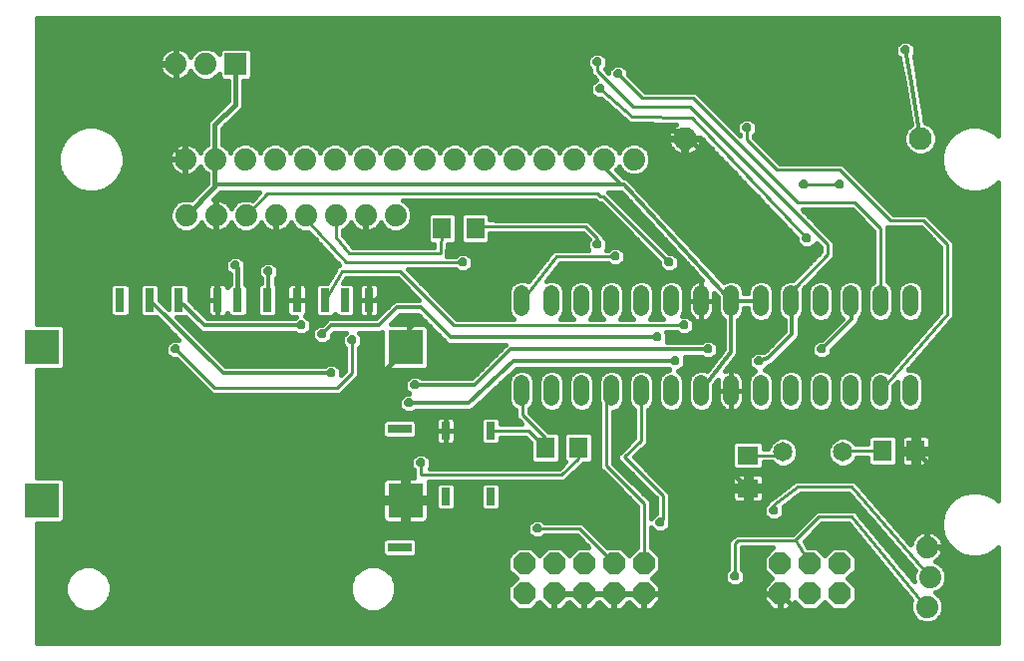
<source format=gbl>
G75*
%MOIN*%
%OFA0B0*%
%FSLAX25Y25*%
%IPPOS*%
%LPD*%
%AMOC8*
5,1,8,0,0,1.08239X$1,22.5*
%
%ADD10C,0.07677*%
%ADD11R,0.07087X0.06299*%
%ADD12R,0.06299X0.07087*%
%ADD13C,0.07400*%
%ADD14OC8,0.07400*%
%ADD15R,0.07400X0.07400*%
%ADD16R,0.03000X0.06000*%
%ADD17C,0.05200*%
%ADD18R,0.03150X0.07874*%
%ADD19R,0.07874X0.03150*%
%ADD20R,0.11811X0.11811*%
%ADD21C,0.06500*%
%ADD22C,0.01600*%
%ADD23C,0.01200*%
%ADD24C,0.01000*%
%ADD25OC8,0.03000*%
D10*
X0288292Y0174417D03*
X0367032Y0174417D03*
D11*
X0309402Y0068559D03*
X0309402Y0057535D03*
D12*
X0354434Y0069961D03*
X0365457Y0069961D03*
X0252623Y0071150D03*
X0241599Y0071150D03*
X0218158Y0144520D03*
X0207134Y0144520D03*
D13*
X0191583Y0148717D03*
X0181583Y0148717D03*
X0171583Y0148717D03*
X0161583Y0148717D03*
X0151583Y0148717D03*
X0141583Y0148717D03*
X0131583Y0148717D03*
X0121583Y0148717D03*
X0121268Y0167496D03*
X0131268Y0167496D03*
X0141268Y0167496D03*
X0151268Y0167496D03*
X0161268Y0167496D03*
X0171268Y0167496D03*
X0181268Y0167496D03*
X0191268Y0167496D03*
X0201268Y0167496D03*
X0211268Y0167496D03*
X0221268Y0167496D03*
X0231268Y0167496D03*
X0241268Y0167496D03*
X0251268Y0167496D03*
X0261268Y0167496D03*
X0271268Y0167496D03*
X0128111Y0199374D03*
X0118111Y0199374D03*
X0369201Y0037811D03*
X0370201Y0027811D03*
X0369201Y0017811D03*
D14*
X0340040Y0022260D03*
X0330040Y0022260D03*
X0320040Y0022260D03*
X0320040Y0032260D03*
X0330040Y0032260D03*
X0340040Y0032260D03*
X0274615Y0032339D03*
X0264615Y0032339D03*
X0254615Y0032339D03*
X0244615Y0032339D03*
X0234615Y0032339D03*
X0234615Y0022339D03*
X0244615Y0022339D03*
X0254615Y0022339D03*
X0264615Y0022339D03*
X0274615Y0022339D03*
D15*
X0138111Y0199374D03*
D16*
X0208280Y0076732D03*
X0223280Y0076732D03*
X0223280Y0054732D03*
X0208280Y0054732D03*
D17*
X0233709Y0087605D02*
X0233709Y0092805D01*
X0243709Y0092805D02*
X0243709Y0087605D01*
X0253709Y0087605D02*
X0253709Y0092805D01*
X0263709Y0092805D02*
X0263709Y0087605D01*
X0273709Y0087605D02*
X0273709Y0092805D01*
X0283709Y0092805D02*
X0283709Y0087605D01*
X0293709Y0087605D02*
X0293709Y0092805D01*
X0303709Y0092805D02*
X0303709Y0087605D01*
X0313709Y0087605D02*
X0313709Y0092805D01*
X0323709Y0092805D02*
X0323709Y0087605D01*
X0333709Y0087605D02*
X0333709Y0092805D01*
X0343709Y0092805D02*
X0343709Y0087605D01*
X0353709Y0087605D02*
X0353709Y0092805D01*
X0363709Y0092805D02*
X0363709Y0087605D01*
X0363709Y0117605D02*
X0363709Y0122805D01*
X0353709Y0122805D02*
X0353709Y0117605D01*
X0343709Y0117605D02*
X0343709Y0122805D01*
X0333709Y0122805D02*
X0333709Y0117605D01*
X0323709Y0117605D02*
X0323709Y0122805D01*
X0313709Y0122805D02*
X0313709Y0117605D01*
X0303709Y0117605D02*
X0303709Y0122805D01*
X0293709Y0122805D02*
X0293709Y0117605D01*
X0283709Y0117605D02*
X0283709Y0122805D01*
X0273709Y0122805D02*
X0273709Y0117605D01*
X0263709Y0117605D02*
X0263709Y0122805D01*
X0253709Y0122805D02*
X0253709Y0117605D01*
X0243709Y0117605D02*
X0243709Y0122805D01*
X0233709Y0122805D02*
X0233709Y0117605D01*
D18*
X0182638Y0120441D03*
X0174764Y0120441D03*
X0168071Y0120441D03*
X0158504Y0120441D03*
X0148662Y0120441D03*
X0138819Y0120441D03*
X0132126Y0120441D03*
X0119134Y0120441D03*
X0109292Y0120441D03*
X0099449Y0120441D03*
D19*
X0192874Y0077331D03*
X0192874Y0037764D03*
D20*
X0194843Y0053512D03*
X0194843Y0104693D03*
X0073386Y0104693D03*
X0073386Y0053512D03*
D21*
X0321079Y0069583D03*
X0341079Y0069583D03*
D22*
X0071742Y0045806D02*
X0071745Y0005800D01*
X0392870Y0005800D01*
X0392870Y0037574D01*
X0391863Y0036567D01*
X0389332Y0035106D01*
X0386509Y0034350D01*
X0383586Y0034350D01*
X0380764Y0035106D01*
X0378233Y0036567D01*
X0376166Y0038634D01*
X0374705Y0041165D01*
X0373949Y0043988D01*
X0373949Y0046910D01*
X0374705Y0049733D01*
X0376166Y0052264D01*
X0378233Y0054330D01*
X0380764Y0055792D01*
X0383586Y0056548D01*
X0386509Y0056548D01*
X0389332Y0055792D01*
X0391863Y0054330D01*
X0392870Y0053323D01*
X0392870Y0159621D01*
X0391863Y0158614D01*
X0389332Y0157153D01*
X0386509Y0156397D01*
X0383586Y0156397D01*
X0380764Y0157153D01*
X0378233Y0158614D01*
X0376166Y0160681D01*
X0374705Y0163212D01*
X0373949Y0166035D01*
X0373949Y0168957D01*
X0374705Y0171780D01*
X0376166Y0174311D01*
X0378233Y0176378D01*
X0380764Y0177839D01*
X0383586Y0178595D01*
X0386509Y0178595D01*
X0389332Y0177839D01*
X0391863Y0176378D01*
X0392870Y0175371D01*
X0392870Y0214830D01*
X0071730Y0214814D01*
X0071737Y0112398D01*
X0080037Y0112398D01*
X0081092Y0111344D01*
X0081092Y0098042D01*
X0080037Y0096987D01*
X0071738Y0096987D01*
X0071741Y0061217D01*
X0080037Y0061217D01*
X0081092Y0060163D01*
X0081092Y0046861D01*
X0080037Y0045806D01*
X0071742Y0045806D01*
X0071742Y0044656D02*
X0235819Y0044656D01*
X0235819Y0045272D02*
X0235819Y0042539D01*
X0237752Y0040606D01*
X0240485Y0040606D01*
X0241485Y0041606D01*
X0252166Y0041606D01*
X0255933Y0037839D01*
X0252336Y0037839D01*
X0249615Y0035117D01*
X0246893Y0037839D01*
X0242336Y0037839D01*
X0239615Y0035117D01*
X0236893Y0037839D01*
X0232336Y0037839D01*
X0229115Y0034617D01*
X0229115Y0030060D01*
X0231836Y0027339D01*
X0229115Y0024617D01*
X0229115Y0020060D01*
X0232336Y0016839D01*
X0236893Y0016839D01*
X0239615Y0019560D01*
X0242336Y0016839D01*
X0244415Y0016839D01*
X0244415Y0022138D01*
X0244815Y0022138D01*
X0244815Y0016839D01*
X0246893Y0016839D01*
X0249615Y0019560D01*
X0252336Y0016839D01*
X0254415Y0016839D01*
X0254415Y0022138D01*
X0254815Y0022138D01*
X0254815Y0016839D01*
X0256893Y0016839D01*
X0259615Y0019560D01*
X0262336Y0016839D01*
X0264415Y0016839D01*
X0264415Y0022138D01*
X0264815Y0022138D01*
X0264815Y0016839D01*
X0266893Y0016839D01*
X0269615Y0019560D01*
X0272336Y0016839D01*
X0274415Y0016839D01*
X0274415Y0022138D01*
X0274815Y0022138D01*
X0274815Y0016839D01*
X0276893Y0016839D01*
X0280115Y0020060D01*
X0280115Y0022139D01*
X0274815Y0022139D01*
X0274815Y0022539D01*
X0280115Y0022539D01*
X0280115Y0024617D01*
X0277393Y0027339D01*
X0280115Y0030060D01*
X0280115Y0034617D01*
X0276915Y0037817D01*
X0276915Y0044443D01*
X0278752Y0042606D01*
X0281485Y0042606D01*
X0283419Y0044539D01*
X0283419Y0055858D01*
X0282071Y0057205D01*
X0271371Y0067906D01*
X0276009Y0072543D01*
X0276009Y0083795D01*
X0276202Y0083875D01*
X0277439Y0085112D01*
X0278109Y0086730D01*
X0278109Y0093680D01*
X0277439Y0095297D01*
X0276202Y0096535D01*
X0274584Y0097205D01*
X0272834Y0097205D01*
X0271217Y0096535D01*
X0269979Y0095297D01*
X0269309Y0093680D01*
X0269309Y0086730D01*
X0269979Y0085112D01*
X0271217Y0083875D01*
X0271409Y0083795D01*
X0271409Y0074449D01*
X0267166Y0070205D01*
X0265819Y0068858D01*
X0265819Y0066953D01*
X0278819Y0053953D01*
X0278819Y0049205D01*
X0278752Y0049205D01*
X0276915Y0047368D01*
X0276915Y0053362D01*
X0264419Y0065858D01*
X0264419Y0083205D01*
X0264584Y0083205D01*
X0266202Y0083875D01*
X0267439Y0085112D01*
X0268109Y0086730D01*
X0268109Y0093680D01*
X0267439Y0095297D01*
X0266202Y0096535D01*
X0264584Y0097205D01*
X0262834Y0097205D01*
X0261217Y0096535D01*
X0259979Y0095297D01*
X0259309Y0093680D01*
X0259309Y0086730D01*
X0259819Y0085500D01*
X0259819Y0063953D01*
X0261166Y0062606D01*
X0272315Y0051457D01*
X0272315Y0037817D01*
X0269615Y0035117D01*
X0266893Y0037839D01*
X0262438Y0037839D01*
X0254071Y0046205D01*
X0241485Y0046205D01*
X0240485Y0047205D01*
X0237752Y0047205D01*
X0235819Y0045272D01*
X0236801Y0046255D02*
X0201943Y0046255D01*
X0201854Y0046166D02*
X0202189Y0046501D01*
X0202426Y0046912D01*
X0202548Y0047369D01*
X0202548Y0052712D01*
X0195643Y0052712D01*
X0195643Y0054312D01*
X0194043Y0054312D01*
X0194043Y0061217D01*
X0188701Y0061217D01*
X0188243Y0061095D01*
X0187832Y0060858D01*
X0187497Y0060523D01*
X0187260Y0060112D01*
X0187137Y0059654D01*
X0187137Y0054312D01*
X0194043Y0054312D01*
X0194043Y0052712D01*
X0187137Y0052712D01*
X0187137Y0047369D01*
X0187260Y0046912D01*
X0187497Y0046501D01*
X0187832Y0046166D01*
X0188243Y0045929D01*
X0188701Y0045806D01*
X0194043Y0045806D01*
X0194043Y0052712D01*
X0195643Y0052712D01*
X0195643Y0045806D01*
X0200985Y0045806D01*
X0201443Y0045929D01*
X0201854Y0046166D01*
X0202548Y0047853D02*
X0272315Y0047853D01*
X0272315Y0046255D02*
X0241436Y0046255D01*
X0235819Y0043058D02*
X0071742Y0043058D01*
X0071742Y0041459D02*
X0236898Y0041459D01*
X0241339Y0041459D02*
X0252312Y0041459D01*
X0253911Y0039861D02*
X0198611Y0039861D01*
X0198611Y0040084D02*
X0197557Y0041139D01*
X0188192Y0041139D01*
X0187137Y0040084D01*
X0187137Y0035443D01*
X0188192Y0034389D01*
X0197557Y0034389D01*
X0198611Y0035443D01*
X0198611Y0040084D01*
X0198611Y0038262D02*
X0255509Y0038262D01*
X0258817Y0041459D02*
X0272315Y0041459D01*
X0272315Y0039861D02*
X0260416Y0039861D01*
X0262014Y0038262D02*
X0272315Y0038262D01*
X0271162Y0036664D02*
X0268068Y0036664D01*
X0276915Y0038262D02*
X0302819Y0038262D01*
X0302819Y0039858D02*
X0302819Y0030272D01*
X0301819Y0029272D01*
X0301819Y0026539D01*
X0303752Y0024606D01*
X0306485Y0024606D01*
X0308419Y0026539D01*
X0308419Y0029272D01*
X0307419Y0030272D01*
X0307419Y0037606D01*
X0317607Y0037606D01*
X0314540Y0034538D01*
X0314540Y0029982D01*
X0317262Y0027260D01*
X0314540Y0024538D01*
X0314540Y0022460D01*
X0319840Y0022460D01*
X0319840Y0022060D01*
X0320240Y0022060D01*
X0320240Y0016760D01*
X0322318Y0016760D01*
X0325040Y0019482D01*
X0327762Y0016760D01*
X0332318Y0016760D01*
X0335040Y0019482D01*
X0337762Y0016760D01*
X0342318Y0016760D01*
X0345540Y0019982D01*
X0345540Y0024538D01*
X0342818Y0027260D01*
X0345540Y0029982D01*
X0345540Y0034538D01*
X0342318Y0037760D01*
X0337762Y0037760D01*
X0335040Y0035038D01*
X0332318Y0037760D01*
X0329389Y0037760D01*
X0328193Y0039728D01*
X0334071Y0045606D01*
X0343032Y0045606D01*
X0364129Y0019938D01*
X0363701Y0018905D01*
X0363701Y0016717D01*
X0364539Y0014696D01*
X0366086Y0013148D01*
X0368107Y0012311D01*
X0370295Y0012311D01*
X0372317Y0013148D01*
X0373864Y0014696D01*
X0374701Y0016717D01*
X0374701Y0018905D01*
X0373864Y0020927D01*
X0372317Y0022474D01*
X0372002Y0022604D01*
X0373317Y0023148D01*
X0374864Y0024696D01*
X0375701Y0026717D01*
X0375701Y0028905D01*
X0374864Y0030927D01*
X0373317Y0032474D01*
X0371951Y0033039D01*
X0372084Y0033107D01*
X0372784Y0033616D01*
X0373396Y0034228D01*
X0373905Y0034928D01*
X0374298Y0035700D01*
X0374566Y0036523D01*
X0374701Y0037378D01*
X0374701Y0037611D01*
X0369401Y0037611D01*
X0369401Y0038011D01*
X0369001Y0038011D01*
X0369001Y0043311D01*
X0368768Y0043311D01*
X0367913Y0043176D01*
X0367090Y0042908D01*
X0366319Y0042515D01*
X0365618Y0042006D01*
X0365006Y0041394D01*
X0364497Y0040694D01*
X0364104Y0039922D01*
X0363837Y0039099D01*
X0363778Y0038730D01*
X0346407Y0058764D01*
X0346407Y0058858D01*
X0345791Y0059474D01*
X0345220Y0060132D01*
X0345126Y0060139D01*
X0345059Y0060205D01*
X0344189Y0060205D01*
X0343320Y0060267D01*
X0343248Y0060205D01*
X0326282Y0060205D01*
X0325501Y0060317D01*
X0325352Y0060205D01*
X0325166Y0060205D01*
X0324608Y0059647D01*
X0317352Y0054205D01*
X0317166Y0054205D01*
X0316608Y0053647D01*
X0315976Y0053174D01*
X0315950Y0052990D01*
X0315819Y0052858D01*
X0315819Y0052272D01*
X0314819Y0051272D01*
X0314819Y0048539D01*
X0316752Y0046606D01*
X0319485Y0046606D01*
X0321419Y0048539D01*
X0321419Y0051272D01*
X0321285Y0051406D01*
X0326885Y0055606D01*
X0343057Y0055606D01*
X0365189Y0030081D01*
X0364701Y0028905D01*
X0364701Y0026717D01*
X0364894Y0026252D01*
X0346419Y0048729D01*
X0346419Y0048858D01*
X0345824Y0049453D01*
X0345290Y0050102D01*
X0345162Y0050114D01*
X0345071Y0050205D01*
X0344231Y0050205D01*
X0343394Y0050287D01*
X0343295Y0050205D01*
X0332166Y0050205D01*
X0324166Y0042205D01*
X0305166Y0042205D01*
X0303819Y0040858D01*
X0302819Y0039858D01*
X0302821Y0039861D02*
X0276915Y0039861D01*
X0276915Y0041459D02*
X0304420Y0041459D01*
X0302819Y0036664D02*
X0278068Y0036664D01*
X0279666Y0035065D02*
X0302819Y0035065D01*
X0302819Y0033467D02*
X0280115Y0033467D01*
X0280115Y0031868D02*
X0302819Y0031868D01*
X0302816Y0030270D02*
X0280115Y0030270D01*
X0278725Y0028671D02*
X0301819Y0028671D01*
X0301819Y0027073D02*
X0277659Y0027073D01*
X0279257Y0025474D02*
X0302883Y0025474D01*
X0307354Y0025474D02*
X0315476Y0025474D01*
X0314540Y0023876D02*
X0280115Y0023876D01*
X0280115Y0020679D02*
X0314540Y0020679D01*
X0314540Y0019982D02*
X0317762Y0016760D01*
X0319840Y0016760D01*
X0319840Y0022060D01*
X0314540Y0022060D01*
X0314540Y0019982D01*
X0315441Y0019080D02*
X0279134Y0019080D01*
X0277536Y0017482D02*
X0317040Y0017482D01*
X0319840Y0017482D02*
X0320240Y0017482D01*
X0320240Y0019080D02*
X0319840Y0019080D01*
X0319840Y0020679D02*
X0320240Y0020679D01*
X0320040Y0022260D02*
X0274693Y0022260D01*
X0274615Y0022339D01*
X0264615Y0022339D01*
X0254615Y0022339D01*
X0244615Y0022339D01*
X0244615Y0017402D01*
X0238119Y0010906D01*
X0201119Y0010906D01*
X0193119Y0018906D01*
X0190589Y0019593D02*
X0188408Y0017412D01*
X0185558Y0016231D01*
X0182474Y0016231D01*
X0179625Y0017412D01*
X0177444Y0019593D01*
X0176263Y0022442D01*
X0176263Y0025526D01*
X0177444Y0028376D01*
X0179625Y0030557D01*
X0182474Y0031737D01*
X0185558Y0031737D01*
X0188408Y0030557D01*
X0190589Y0028376D01*
X0191769Y0025526D01*
X0191769Y0022442D01*
X0190589Y0019593D01*
X0190076Y0019080D02*
X0230095Y0019080D01*
X0229115Y0020679D02*
X0191039Y0020679D01*
X0191701Y0022277D02*
X0229115Y0022277D01*
X0229115Y0023876D02*
X0191769Y0023876D01*
X0191769Y0025474D02*
X0229972Y0025474D01*
X0231571Y0027073D02*
X0191128Y0027073D01*
X0190293Y0028671D02*
X0230504Y0028671D01*
X0229115Y0030270D02*
X0188695Y0030270D01*
X0187516Y0035065D02*
X0071743Y0035065D01*
X0071743Y0033467D02*
X0229115Y0033467D01*
X0229115Y0031868D02*
X0071743Y0031868D01*
X0071743Y0030270D02*
X0084062Y0030270D01*
X0084349Y0030557D02*
X0082168Y0028376D01*
X0080988Y0025526D01*
X0080988Y0022442D01*
X0082168Y0019593D01*
X0084349Y0017412D01*
X0087199Y0016231D01*
X0090283Y0016231D01*
X0093132Y0017412D01*
X0095313Y0019593D01*
X0096493Y0022442D01*
X0096493Y0025526D01*
X0095313Y0028376D01*
X0093132Y0030557D01*
X0090283Y0031737D01*
X0087199Y0031737D01*
X0084349Y0030557D01*
X0082464Y0028671D02*
X0071743Y0028671D01*
X0071743Y0027073D02*
X0081628Y0027073D01*
X0080988Y0025474D02*
X0071744Y0025474D01*
X0071744Y0023876D02*
X0080988Y0023876D01*
X0081056Y0022277D02*
X0071744Y0022277D01*
X0071744Y0020679D02*
X0081718Y0020679D01*
X0082681Y0019080D02*
X0071744Y0019080D01*
X0071744Y0017482D02*
X0084279Y0017482D01*
X0093202Y0017482D02*
X0179555Y0017482D01*
X0177956Y0019080D02*
X0094801Y0019080D01*
X0095763Y0020679D02*
X0176994Y0020679D01*
X0176332Y0022277D02*
X0096425Y0022277D01*
X0096493Y0023876D02*
X0176263Y0023876D01*
X0176263Y0025474D02*
X0096493Y0025474D01*
X0095853Y0027073D02*
X0176904Y0027073D01*
X0177739Y0028671D02*
X0095018Y0028671D01*
X0093419Y0030270D02*
X0179338Y0030270D01*
X0187137Y0036664D02*
X0071743Y0036664D01*
X0071743Y0038262D02*
X0187137Y0038262D01*
X0187137Y0039861D02*
X0071743Y0039861D01*
X0080486Y0046255D02*
X0187743Y0046255D01*
X0187137Y0047853D02*
X0081092Y0047853D01*
X0081092Y0049452D02*
X0187137Y0049452D01*
X0187137Y0051050D02*
X0081092Y0051050D01*
X0081092Y0052649D02*
X0187137Y0052649D01*
X0187137Y0055846D02*
X0081092Y0055846D01*
X0081092Y0057444D02*
X0187137Y0057444D01*
X0187137Y0059043D02*
X0081092Y0059043D01*
X0080613Y0060641D02*
X0187616Y0060641D01*
X0194043Y0060641D02*
X0195643Y0060641D01*
X0195643Y0061217D02*
X0195643Y0054312D01*
X0202548Y0054312D01*
X0202548Y0059606D01*
X0248071Y0059606D01*
X0254272Y0065806D01*
X0256518Y0065806D01*
X0257572Y0066861D01*
X0257572Y0075438D01*
X0256518Y0076493D01*
X0248727Y0076493D01*
X0247673Y0075438D01*
X0247673Y0066861D01*
X0248247Y0066287D01*
X0246166Y0064205D01*
X0203085Y0064205D01*
X0203419Y0064539D01*
X0203419Y0067272D01*
X0201485Y0069205D01*
X0198752Y0069205D01*
X0196819Y0067272D01*
X0196819Y0064539D01*
X0197819Y0063539D01*
X0197819Y0061217D01*
X0195643Y0061217D01*
X0195643Y0059043D02*
X0194043Y0059043D01*
X0194043Y0057444D02*
X0195643Y0057444D01*
X0195643Y0055846D02*
X0194043Y0055846D01*
X0194043Y0054247D02*
X0081092Y0054247D01*
X0071741Y0062240D02*
X0197819Y0062240D01*
X0197519Y0063839D02*
X0071741Y0063839D01*
X0071741Y0065437D02*
X0196819Y0065437D01*
X0196819Y0067036D02*
X0071741Y0067036D01*
X0071740Y0068634D02*
X0198180Y0068634D01*
X0202057Y0068634D02*
X0236649Y0068634D01*
X0236649Y0067036D02*
X0203419Y0067036D01*
X0203419Y0065437D02*
X0247397Y0065437D01*
X0247673Y0067036D02*
X0246548Y0067036D01*
X0246548Y0066861D02*
X0246548Y0075438D01*
X0245494Y0076493D01*
X0242784Y0076493D01*
X0236419Y0082858D01*
X0236419Y0084092D01*
X0237439Y0085112D01*
X0238109Y0086730D01*
X0238109Y0093680D01*
X0237439Y0095297D01*
X0236202Y0096535D01*
X0234584Y0097205D01*
X0232834Y0097205D01*
X0231217Y0096535D01*
X0229979Y0095297D01*
X0229309Y0093680D01*
X0229309Y0086730D01*
X0229979Y0085112D01*
X0231217Y0083875D01*
X0231819Y0083625D01*
X0231819Y0080953D01*
X0233166Y0079606D01*
X0233739Y0079032D01*
X0226580Y0079032D01*
X0226580Y0080478D01*
X0225526Y0081532D01*
X0221034Y0081532D01*
X0219980Y0080478D01*
X0219980Y0072987D01*
X0221034Y0071932D01*
X0225526Y0071932D01*
X0226580Y0072987D01*
X0226580Y0074432D01*
X0235064Y0074432D01*
X0236649Y0072847D01*
X0236649Y0066861D01*
X0237704Y0065806D01*
X0245494Y0065806D01*
X0246548Y0066861D01*
X0246548Y0068634D02*
X0247673Y0068634D01*
X0247673Y0070233D02*
X0246548Y0070233D01*
X0246548Y0071831D02*
X0247673Y0071831D01*
X0247673Y0073430D02*
X0246548Y0073430D01*
X0246548Y0075028D02*
X0247673Y0075028D01*
X0242650Y0076627D02*
X0259819Y0076627D01*
X0259819Y0078225D02*
X0241052Y0078225D01*
X0239453Y0079824D02*
X0259819Y0079824D01*
X0259819Y0081422D02*
X0237855Y0081422D01*
X0236419Y0083021D02*
X0259819Y0083021D01*
X0259819Y0084619D02*
X0256946Y0084619D01*
X0257439Y0085112D02*
X0258109Y0086730D01*
X0258109Y0093680D01*
X0257439Y0095297D01*
X0256202Y0096535D01*
X0254584Y0097205D01*
X0252834Y0097205D01*
X0251217Y0096535D01*
X0249979Y0095297D01*
X0249309Y0093680D01*
X0249309Y0086730D01*
X0249979Y0085112D01*
X0251217Y0083875D01*
X0252834Y0083205D01*
X0254584Y0083205D01*
X0256202Y0083875D01*
X0257439Y0085112D01*
X0257897Y0086218D02*
X0259521Y0086218D01*
X0259309Y0087816D02*
X0258109Y0087816D01*
X0258109Y0089415D02*
X0259309Y0089415D01*
X0259309Y0091013D02*
X0258109Y0091013D01*
X0258109Y0092612D02*
X0259309Y0092612D01*
X0259529Y0094210D02*
X0257889Y0094210D01*
X0256928Y0095809D02*
X0260491Y0095809D01*
X0266928Y0095809D02*
X0270491Y0095809D01*
X0269529Y0094210D02*
X0267889Y0094210D01*
X0268109Y0092612D02*
X0269309Y0092612D01*
X0269309Y0091013D02*
X0268109Y0091013D01*
X0268109Y0089415D02*
X0269309Y0089415D01*
X0269309Y0087816D02*
X0268109Y0087816D01*
X0267897Y0086218D02*
X0269521Y0086218D01*
X0270472Y0084619D02*
X0266946Y0084619D01*
X0264419Y0083021D02*
X0271409Y0083021D01*
X0271409Y0081422D02*
X0264419Y0081422D01*
X0264419Y0079824D02*
X0271409Y0079824D01*
X0271409Y0078225D02*
X0264419Y0078225D01*
X0264419Y0076627D02*
X0271409Y0076627D01*
X0271409Y0075028D02*
X0264419Y0075028D01*
X0264419Y0073430D02*
X0270390Y0073430D01*
X0268791Y0071831D02*
X0264419Y0071831D01*
X0264419Y0070233D02*
X0267193Y0070233D01*
X0265819Y0068634D02*
X0264419Y0068634D01*
X0264419Y0067036D02*
X0265819Y0067036D01*
X0264840Y0065437D02*
X0267334Y0065437D01*
X0266438Y0063839D02*
X0268933Y0063839D01*
X0268037Y0062240D02*
X0270531Y0062240D01*
X0269635Y0060641D02*
X0272130Y0060641D01*
X0271234Y0059043D02*
X0273728Y0059043D01*
X0272832Y0057444D02*
X0275327Y0057444D01*
X0274431Y0055846D02*
X0276925Y0055846D01*
X0276029Y0054247D02*
X0278524Y0054247D01*
X0278819Y0052649D02*
X0276915Y0052649D01*
X0276915Y0051050D02*
X0278819Y0051050D01*
X0278819Y0049452D02*
X0276915Y0049452D01*
X0276915Y0047853D02*
X0277400Y0047853D01*
X0272315Y0049452D02*
X0202548Y0049452D01*
X0202548Y0051050D02*
X0204980Y0051050D01*
X0204980Y0050987D02*
X0206034Y0049932D01*
X0210526Y0049932D01*
X0211580Y0050987D01*
X0211580Y0058478D01*
X0210526Y0059532D01*
X0206034Y0059532D01*
X0204980Y0058478D01*
X0204980Y0050987D01*
X0204980Y0052649D02*
X0202548Y0052649D01*
X0204980Y0054247D02*
X0195643Y0054247D01*
X0194843Y0053512D02*
X0194843Y0065181D01*
X0192119Y0067906D01*
X0200945Y0076732D01*
X0208280Y0076732D01*
X0208280Y0071932D01*
X0206543Y0071932D01*
X0206085Y0072055D01*
X0205675Y0072292D01*
X0205340Y0072627D01*
X0205103Y0073038D01*
X0204980Y0073495D01*
X0204980Y0076732D01*
X0208280Y0076732D01*
X0208280Y0076732D01*
X0208280Y0071932D01*
X0210017Y0071932D01*
X0210475Y0072055D01*
X0210885Y0072292D01*
X0211220Y0072627D01*
X0211457Y0073038D01*
X0211580Y0073495D01*
X0211580Y0076732D01*
X0208280Y0076732D01*
X0208280Y0076732D01*
X0208280Y0076732D01*
X0204980Y0076732D01*
X0204980Y0079969D01*
X0205103Y0080427D01*
X0205340Y0080838D01*
X0205675Y0081173D01*
X0206085Y0081410D01*
X0206543Y0081532D01*
X0208280Y0081532D01*
X0208280Y0076732D01*
X0211580Y0076732D01*
X0211580Y0079969D01*
X0211457Y0080427D01*
X0211220Y0080838D01*
X0210885Y0081173D01*
X0210475Y0081410D01*
X0210017Y0081532D01*
X0208280Y0081532D01*
X0208280Y0076732D01*
X0208280Y0076732D01*
X0208280Y0076627D02*
X0208280Y0076627D01*
X0208280Y0078225D02*
X0208280Y0078225D01*
X0208280Y0079824D02*
X0208280Y0079824D01*
X0208280Y0081422D02*
X0208280Y0081422D01*
X0206132Y0081422D02*
X0071740Y0081422D01*
X0071740Y0079824D02*
X0187310Y0079824D01*
X0187137Y0079651D02*
X0187137Y0075010D01*
X0188192Y0073956D01*
X0197557Y0073956D01*
X0198611Y0075010D01*
X0198611Y0079651D01*
X0197557Y0080705D01*
X0188192Y0080705D01*
X0187137Y0079651D01*
X0187137Y0078225D02*
X0071740Y0078225D01*
X0071740Y0076627D02*
X0187137Y0076627D01*
X0187137Y0075028D02*
X0071740Y0075028D01*
X0071740Y0073430D02*
X0204998Y0073430D01*
X0204980Y0075028D02*
X0198611Y0075028D01*
X0198611Y0076627D02*
X0204980Y0076627D01*
X0204980Y0078225D02*
X0198611Y0078225D01*
X0198439Y0079824D02*
X0204980Y0079824D01*
X0210428Y0081422D02*
X0220924Y0081422D01*
X0219980Y0079824D02*
X0211580Y0079824D01*
X0211580Y0078225D02*
X0219980Y0078225D01*
X0219980Y0076627D02*
X0211580Y0076627D01*
X0211580Y0075028D02*
X0219980Y0075028D01*
X0219980Y0073430D02*
X0211562Y0073430D01*
X0208280Y0073430D02*
X0208280Y0073430D01*
X0208280Y0075028D02*
X0208280Y0075028D01*
X0216077Y0083506D02*
X0198385Y0083506D01*
X0197485Y0082606D01*
X0194752Y0082606D01*
X0192819Y0084539D01*
X0192819Y0087272D01*
X0194752Y0089205D01*
X0196152Y0089205D01*
X0194819Y0090539D01*
X0194819Y0093272D01*
X0196752Y0095205D01*
X0199485Y0095205D01*
X0200385Y0094305D01*
X0217124Y0094305D01*
X0228084Y0105265D01*
X0228324Y0105506D01*
X0209641Y0105506D01*
X0208759Y0105871D01*
X0199124Y0115506D01*
X0193113Y0115506D01*
X0190006Y0112398D01*
X0201494Y0112398D01*
X0202548Y0111344D01*
X0202548Y0098042D01*
X0201494Y0096987D01*
X0188192Y0096987D01*
X0187137Y0098042D01*
X0187137Y0109730D01*
X0186596Y0109506D01*
X0179185Y0109506D01*
X0180419Y0108272D01*
X0180419Y0105539D01*
X0179419Y0104539D01*
X0179419Y0094953D01*
X0174419Y0089953D01*
X0173071Y0088606D01*
X0130166Y0088606D01*
X0118166Y0100606D01*
X0116752Y0100606D01*
X0114819Y0102539D01*
X0114819Y0105272D01*
X0116752Y0107205D01*
X0119133Y0107205D01*
X0111623Y0114715D01*
X0111612Y0114704D01*
X0106971Y0114704D01*
X0105917Y0115758D01*
X0105917Y0125124D01*
X0106971Y0126178D01*
X0111612Y0126178D01*
X0112667Y0125124D01*
X0112667Y0120460D01*
X0115760Y0117367D01*
X0115760Y0125124D01*
X0116814Y0126178D01*
X0121455Y0126178D01*
X0122509Y0125124D01*
X0122509Y0120460D01*
X0128664Y0114305D01*
X0157852Y0114305D01*
X0158250Y0114704D01*
X0156693Y0114704D01*
X0156235Y0114827D01*
X0155824Y0115064D01*
X0155489Y0115399D01*
X0155252Y0115809D01*
X0155130Y0116267D01*
X0155130Y0120441D01*
X0158504Y0120441D01*
X0158504Y0120441D01*
X0155130Y0120441D01*
X0155130Y0124615D01*
X0155252Y0125073D01*
X0155489Y0125483D01*
X0155824Y0125818D01*
X0156235Y0126055D01*
X0156693Y0126178D01*
X0158504Y0126178D01*
X0158504Y0120441D01*
X0158504Y0120441D01*
X0159119Y0121055D01*
X0159119Y0134906D01*
X0152419Y0131272D02*
X0150485Y0133205D01*
X0147752Y0133205D01*
X0145819Y0131272D01*
X0145819Y0128539D01*
X0146719Y0127639D01*
X0146719Y0126178D01*
X0146341Y0126178D01*
X0145287Y0125124D01*
X0145287Y0115758D01*
X0146341Y0114704D01*
X0150982Y0114704D01*
X0152037Y0115758D01*
X0152037Y0125124D01*
X0151519Y0125642D01*
X0151519Y0127639D01*
X0152419Y0128539D01*
X0152419Y0131272D01*
X0152419Y0130976D02*
X0171354Y0130976D01*
X0171236Y0130858D02*
X0171236Y0130522D01*
X0168728Y0126178D01*
X0165751Y0126178D01*
X0164697Y0125124D01*
X0164697Y0115758D01*
X0165751Y0114704D01*
X0170392Y0114704D01*
X0171418Y0115730D01*
X0172444Y0114704D01*
X0177085Y0114704D01*
X0178139Y0115758D01*
X0178139Y0125124D01*
X0177085Y0126178D01*
X0174040Y0126178D01*
X0174864Y0127606D01*
X0192166Y0127606D01*
X0199466Y0120305D01*
X0191641Y0120305D01*
X0190759Y0119940D01*
X0185124Y0114305D01*
X0169641Y0114305D01*
X0168759Y0113940D01*
X0167024Y0112205D01*
X0165752Y0112205D01*
X0163819Y0110272D01*
X0163819Y0107539D01*
X0165752Y0105606D01*
X0168485Y0105606D01*
X0170419Y0107539D01*
X0170419Y0108811D01*
X0171113Y0109506D01*
X0175052Y0109506D01*
X0173819Y0108272D01*
X0173819Y0105539D01*
X0174819Y0104539D01*
X0174819Y0096858D01*
X0173419Y0095458D01*
X0173419Y0097272D01*
X0171485Y0099205D01*
X0168752Y0099205D01*
X0167852Y0098305D01*
X0134821Y0098305D01*
X0118423Y0114704D01*
X0121455Y0114704D01*
X0121466Y0114715D01*
X0126310Y0109871D01*
X0127192Y0109506D01*
X0157852Y0109506D01*
X0158752Y0108606D01*
X0161485Y0108606D01*
X0163419Y0110539D01*
X0163419Y0113272D01*
X0161485Y0115205D01*
X0161326Y0115205D01*
X0161520Y0115399D01*
X0161757Y0115809D01*
X0161879Y0116267D01*
X0161879Y0120441D01*
X0161879Y0124615D01*
X0161757Y0125073D01*
X0161520Y0125483D01*
X0161184Y0125818D01*
X0160774Y0126055D01*
X0160316Y0126178D01*
X0158504Y0126178D01*
X0158504Y0120441D01*
X0158505Y0120441D02*
X0161879Y0120441D01*
X0158505Y0120441D01*
X0158505Y0120441D01*
X0158504Y0121385D02*
X0158504Y0121385D01*
X0158504Y0122983D02*
X0158504Y0122983D01*
X0158504Y0124582D02*
X0158504Y0124582D01*
X0155130Y0124582D02*
X0152037Y0124582D01*
X0152037Y0122983D02*
X0155130Y0122983D01*
X0155130Y0121385D02*
X0152037Y0121385D01*
X0152037Y0119786D02*
X0155130Y0119786D01*
X0155130Y0118188D02*
X0152037Y0118188D01*
X0152037Y0116589D02*
X0155130Y0116589D01*
X0155950Y0114991D02*
X0151269Y0114991D01*
X0146055Y0114991D02*
X0141427Y0114991D01*
X0141140Y0114704D02*
X0142194Y0115758D01*
X0142194Y0125124D01*
X0141419Y0125898D01*
X0141419Y0131722D01*
X0141419Y0131724D01*
X0141419Y0133272D01*
X0139485Y0135205D01*
X0136752Y0135205D01*
X0134819Y0133272D01*
X0134819Y0130539D01*
X0136219Y0129138D01*
X0136219Y0125898D01*
X0135445Y0125124D01*
X0135445Y0124826D01*
X0135379Y0125073D01*
X0135142Y0125483D01*
X0134806Y0125818D01*
X0134396Y0126055D01*
X0133938Y0126178D01*
X0132127Y0126178D01*
X0132127Y0120441D01*
X0132126Y0120441D01*
X0132126Y0120441D01*
X0128752Y0120441D01*
X0128752Y0124615D01*
X0128874Y0125073D01*
X0129111Y0125483D01*
X0129446Y0125818D01*
X0129857Y0126055D01*
X0130315Y0126178D01*
X0132126Y0126178D01*
X0132126Y0120441D01*
X0128752Y0120441D01*
X0128752Y0116267D01*
X0128874Y0115809D01*
X0129111Y0115399D01*
X0129446Y0115064D01*
X0129857Y0114827D01*
X0130315Y0114704D01*
X0132126Y0114704D01*
X0132126Y0120441D01*
X0132127Y0120441D01*
X0132127Y0114704D01*
X0133938Y0114704D01*
X0134396Y0114827D01*
X0134806Y0115064D01*
X0135142Y0115399D01*
X0135379Y0115809D01*
X0135445Y0116055D01*
X0135445Y0115758D01*
X0136499Y0114704D01*
X0141140Y0114704D01*
X0142194Y0116589D02*
X0145287Y0116589D01*
X0145287Y0118188D02*
X0142194Y0118188D01*
X0142194Y0119786D02*
X0145287Y0119786D01*
X0145287Y0121385D02*
X0142194Y0121385D01*
X0142194Y0122983D02*
X0145287Y0122983D01*
X0145287Y0124582D02*
X0142194Y0124582D01*
X0141419Y0126180D02*
X0146719Y0126180D01*
X0146578Y0127779D02*
X0141419Y0127779D01*
X0141419Y0129377D02*
X0145819Y0129377D01*
X0145819Y0130976D02*
X0141419Y0130976D01*
X0141419Y0132575D02*
X0147121Y0132575D01*
X0151116Y0132575D02*
X0172284Y0132575D01*
X0172583Y0132205D02*
X0172345Y0131968D01*
X0172020Y0131881D01*
X0171695Y0131318D01*
X0171236Y0130858D01*
X0170575Y0129377D02*
X0152419Y0129377D01*
X0151659Y0127779D02*
X0169652Y0127779D01*
X0168729Y0126180D02*
X0151519Y0126180D01*
X0161879Y0124582D02*
X0164697Y0124582D01*
X0164697Y0122983D02*
X0161879Y0122983D01*
X0161879Y0121385D02*
X0164697Y0121385D01*
X0164697Y0119786D02*
X0161879Y0119786D01*
X0161879Y0118188D02*
X0164697Y0118188D01*
X0164697Y0116589D02*
X0161879Y0116589D01*
X0161700Y0114991D02*
X0165464Y0114991D01*
X0163299Y0113392D02*
X0168211Y0113392D01*
X0170679Y0114991D02*
X0172157Y0114991D01*
X0177372Y0114991D02*
X0180084Y0114991D01*
X0179958Y0115064D02*
X0180369Y0114827D01*
X0180826Y0114704D01*
X0182638Y0114704D01*
X0182638Y0120441D01*
X0182638Y0120441D01*
X0179263Y0120441D01*
X0179263Y0124615D01*
X0179386Y0125073D01*
X0179623Y0125483D01*
X0179958Y0125818D01*
X0180369Y0126055D01*
X0180826Y0126178D01*
X0182638Y0126178D01*
X0182638Y0120441D01*
X0179263Y0120441D01*
X0179263Y0116267D01*
X0179386Y0115809D01*
X0179623Y0115399D01*
X0179958Y0115064D01*
X0179263Y0116589D02*
X0178139Y0116589D01*
X0178139Y0118188D02*
X0179263Y0118188D01*
X0179263Y0119786D02*
X0178139Y0119786D01*
X0178139Y0121385D02*
X0179263Y0121385D01*
X0179263Y0122983D02*
X0178139Y0122983D01*
X0178139Y0124582D02*
X0179263Y0124582D01*
X0182638Y0124582D02*
X0182638Y0124582D01*
X0182638Y0126178D02*
X0182638Y0120441D01*
X0182638Y0120441D01*
X0182638Y0120441D01*
X0184654Y0120441D01*
X0189119Y0124906D01*
X0186013Y0124615D02*
X0185890Y0125073D01*
X0185653Y0125483D01*
X0185318Y0125818D01*
X0184908Y0126055D01*
X0184450Y0126178D01*
X0182638Y0126178D01*
X0182638Y0122983D02*
X0182638Y0122983D01*
X0182638Y0121385D02*
X0182638Y0121385D01*
X0182638Y0120441D02*
X0186013Y0120441D01*
X0186013Y0124615D01*
X0186013Y0124582D02*
X0195189Y0124582D01*
X0193591Y0126180D02*
X0174041Y0126180D01*
X0182638Y0120441D02*
X0182638Y0120441D01*
X0182638Y0114704D01*
X0184450Y0114704D01*
X0184908Y0114827D01*
X0185318Y0115064D01*
X0185653Y0115399D01*
X0185890Y0115809D01*
X0186013Y0116267D01*
X0186013Y0120441D01*
X0182638Y0120441D01*
X0182638Y0119786D02*
X0182638Y0119786D01*
X0182638Y0118188D02*
X0182638Y0118188D01*
X0182638Y0116589D02*
X0182638Y0116589D01*
X0182638Y0114991D02*
X0182638Y0114991D01*
X0185192Y0114991D02*
X0185810Y0114991D01*
X0186013Y0116589D02*
X0187408Y0116589D01*
X0186013Y0118188D02*
X0189007Y0118188D01*
X0190605Y0119786D02*
X0186013Y0119786D01*
X0186013Y0121385D02*
X0198386Y0121385D01*
X0196788Y0122983D02*
X0186013Y0122983D01*
X0192598Y0114991D02*
X0199639Y0114991D01*
X0201238Y0113392D02*
X0191000Y0113392D01*
X0196119Y0110906D02*
X0198119Y0112906D01*
X0196119Y0110906D02*
X0196119Y0104906D01*
X0186119Y0094906D01*
X0186119Y0073906D01*
X0192119Y0067906D01*
X0202548Y0059043D02*
X0205545Y0059043D01*
X0204980Y0057444D02*
X0202548Y0057444D01*
X0202548Y0055846D02*
X0204980Y0055846D01*
X0211580Y0055846D02*
X0219980Y0055846D01*
X0219980Y0057444D02*
X0211580Y0057444D01*
X0211015Y0059043D02*
X0220545Y0059043D01*
X0221034Y0059532D02*
X0219980Y0058478D01*
X0219980Y0050987D01*
X0221034Y0049932D01*
X0225526Y0049932D01*
X0226580Y0050987D01*
X0226580Y0058478D01*
X0225526Y0059532D01*
X0221034Y0059532D01*
X0226015Y0059043D02*
X0264728Y0059043D01*
X0263130Y0060641D02*
X0249107Y0060641D01*
X0250706Y0062240D02*
X0261531Y0062240D01*
X0259933Y0063839D02*
X0252304Y0063839D01*
X0253903Y0065437D02*
X0259819Y0065437D01*
X0259819Y0067036D02*
X0257572Y0067036D01*
X0257572Y0068634D02*
X0259819Y0068634D01*
X0259819Y0070233D02*
X0257572Y0070233D01*
X0257572Y0071831D02*
X0259819Y0071831D01*
X0259819Y0073430D02*
X0257572Y0073430D01*
X0257572Y0075028D02*
X0259819Y0075028D01*
X0272100Y0068634D02*
X0304059Y0068634D01*
X0304059Y0067036D02*
X0272241Y0067036D01*
X0273840Y0065437D02*
X0304059Y0065437D01*
X0304059Y0064664D02*
X0305113Y0063609D01*
X0313691Y0063609D01*
X0314745Y0064664D01*
X0314745Y0066259D01*
X0317261Y0066259D01*
X0318219Y0065301D01*
X0320075Y0064533D01*
X0322084Y0064533D01*
X0323940Y0065301D01*
X0325360Y0066722D01*
X0326129Y0068578D01*
X0326129Y0070587D01*
X0325360Y0072443D01*
X0323940Y0073864D01*
X0322084Y0074633D01*
X0320075Y0074633D01*
X0318219Y0073864D01*
X0316798Y0072443D01*
X0316142Y0070859D01*
X0314745Y0070859D01*
X0314745Y0072454D01*
X0313691Y0073509D01*
X0305113Y0073509D01*
X0304059Y0072454D01*
X0304059Y0064664D01*
X0304884Y0063839D02*
X0275438Y0063839D01*
X0277037Y0062240D02*
X0304952Y0062240D01*
X0304754Y0062125D02*
X0304418Y0061790D01*
X0304181Y0061380D01*
X0304059Y0060922D01*
X0304059Y0058310D01*
X0308627Y0058310D01*
X0308627Y0056761D01*
X0304059Y0056761D01*
X0304059Y0054149D01*
X0304181Y0053691D01*
X0304418Y0053281D01*
X0304754Y0052945D01*
X0305164Y0052708D01*
X0305622Y0052586D01*
X0308627Y0052586D01*
X0308627Y0056761D01*
X0310177Y0056761D01*
X0310177Y0058310D01*
X0314745Y0058310D01*
X0314745Y0060922D01*
X0314623Y0061380D01*
X0314386Y0061790D01*
X0314051Y0062125D01*
X0313640Y0062362D01*
X0313182Y0062485D01*
X0310177Y0062485D01*
X0310177Y0058310D01*
X0308627Y0058310D01*
X0308627Y0062485D01*
X0305622Y0062485D01*
X0305164Y0062362D01*
X0304754Y0062125D01*
X0304059Y0060641D02*
X0278635Y0060641D01*
X0280234Y0059043D02*
X0304059Y0059043D01*
X0308627Y0059043D02*
X0310177Y0059043D01*
X0310177Y0060641D02*
X0308627Y0060641D01*
X0308627Y0062240D02*
X0310177Y0062240D01*
X0313852Y0062240D02*
X0392870Y0062240D01*
X0392870Y0060641D02*
X0314745Y0060641D01*
X0314745Y0059043D02*
X0323802Y0059043D01*
X0321671Y0057444D02*
X0310177Y0057444D01*
X0310177Y0056761D02*
X0314745Y0056761D01*
X0314745Y0054149D01*
X0314623Y0053691D01*
X0314386Y0053281D01*
X0314051Y0052945D01*
X0313640Y0052708D01*
X0313182Y0052586D01*
X0310177Y0052586D01*
X0310177Y0056761D01*
X0310177Y0055846D02*
X0308627Y0055846D01*
X0308627Y0057444D02*
X0281832Y0057444D01*
X0283419Y0055846D02*
X0304059Y0055846D01*
X0304059Y0054247D02*
X0283419Y0054247D01*
X0283419Y0052649D02*
X0305386Y0052649D01*
X0308627Y0052649D02*
X0310177Y0052649D01*
X0310177Y0054247D02*
X0308627Y0054247D01*
X0309402Y0057535D02*
X0319749Y0057535D01*
X0320119Y0057906D01*
X0320119Y0058906D01*
X0323119Y0061906D01*
X0365201Y0061906D01*
X0369201Y0065906D01*
X0369201Y0066217D01*
X0365457Y0069961D01*
X0364682Y0070233D02*
X0359383Y0070233D01*
X0360508Y0070735D02*
X0364682Y0070735D01*
X0364682Y0069186D01*
X0360508Y0069186D01*
X0360508Y0066180D01*
X0360630Y0065723D01*
X0360867Y0065312D01*
X0361202Y0064977D01*
X0361613Y0064740D01*
X0362071Y0064617D01*
X0364682Y0064617D01*
X0364682Y0069186D01*
X0366232Y0069186D01*
X0366232Y0070735D01*
X0370407Y0070735D01*
X0370407Y0073741D01*
X0370284Y0074199D01*
X0370047Y0074609D01*
X0369712Y0074944D01*
X0369302Y0075181D01*
X0368844Y0075304D01*
X0366232Y0075304D01*
X0366232Y0070736D01*
X0364682Y0070736D01*
X0364682Y0075304D01*
X0362071Y0075304D01*
X0361613Y0075181D01*
X0361202Y0074944D01*
X0360867Y0074609D01*
X0360630Y0074199D01*
X0360508Y0073741D01*
X0360508Y0070735D01*
X0360508Y0071831D02*
X0359383Y0071831D01*
X0359383Y0073430D02*
X0360508Y0073430D01*
X0359383Y0074250D02*
X0358329Y0075304D01*
X0350538Y0075304D01*
X0349484Y0074250D01*
X0349484Y0072261D01*
X0345436Y0072261D01*
X0345360Y0072443D01*
X0343940Y0073864D01*
X0342084Y0074633D01*
X0340075Y0074633D01*
X0338219Y0073864D01*
X0336798Y0072443D01*
X0336029Y0070587D01*
X0336029Y0068578D01*
X0336798Y0066722D01*
X0338219Y0065301D01*
X0340075Y0064533D01*
X0342084Y0064533D01*
X0343940Y0065301D01*
X0345360Y0066722D01*
X0345749Y0067661D01*
X0349484Y0067661D01*
X0349484Y0065672D01*
X0350538Y0064617D01*
X0358329Y0064617D01*
X0359383Y0065672D01*
X0359383Y0074250D01*
X0358605Y0075028D02*
X0361348Y0075028D01*
X0364682Y0075028D02*
X0366232Y0075028D01*
X0366232Y0073430D02*
X0364682Y0073430D01*
X0364682Y0071831D02*
X0366232Y0071831D01*
X0366232Y0070233D02*
X0392870Y0070233D01*
X0392870Y0071831D02*
X0370407Y0071831D01*
X0370407Y0073430D02*
X0392870Y0073430D01*
X0392870Y0075028D02*
X0369567Y0075028D01*
X0370407Y0069186D02*
X0366232Y0069186D01*
X0366232Y0064617D01*
X0368844Y0064617D01*
X0369302Y0064740D01*
X0369712Y0064977D01*
X0370047Y0065312D01*
X0370284Y0065723D01*
X0370407Y0066180D01*
X0370407Y0069186D01*
X0370407Y0068634D02*
X0392870Y0068634D01*
X0392870Y0067036D02*
X0370407Y0067036D01*
X0370119Y0065437D02*
X0392870Y0065437D01*
X0392870Y0063839D02*
X0313920Y0063839D01*
X0314745Y0065437D02*
X0318083Y0065437D01*
X0324075Y0065437D02*
X0338083Y0065437D01*
X0336668Y0067036D02*
X0325490Y0067036D01*
X0326129Y0068634D02*
X0336029Y0068634D01*
X0336029Y0070233D02*
X0326129Y0070233D01*
X0325614Y0071831D02*
X0336544Y0071831D01*
X0337784Y0073430D02*
X0324374Y0073430D01*
X0317784Y0073430D02*
X0313770Y0073430D01*
X0314745Y0071831D02*
X0316544Y0071831D01*
X0305034Y0073430D02*
X0276009Y0073430D01*
X0276009Y0075028D02*
X0350263Y0075028D01*
X0349484Y0073430D02*
X0344374Y0073430D01*
X0345490Y0067036D02*
X0349484Y0067036D01*
X0349719Y0065437D02*
X0344075Y0065437D01*
X0346222Y0059043D02*
X0392870Y0059043D01*
X0392870Y0057444D02*
X0347551Y0057444D01*
X0348937Y0055846D02*
X0380966Y0055846D01*
X0378150Y0054247D02*
X0350323Y0054247D01*
X0351709Y0052649D02*
X0376551Y0052649D01*
X0375466Y0051050D02*
X0353095Y0051050D01*
X0354481Y0049452D02*
X0374630Y0049452D01*
X0374201Y0047853D02*
X0355867Y0047853D01*
X0357253Y0046255D02*
X0373949Y0046255D01*
X0373949Y0044656D02*
X0358639Y0044656D01*
X0360025Y0043058D02*
X0367551Y0043058D01*
X0369001Y0043058D02*
X0369401Y0043058D01*
X0369401Y0043311D02*
X0369401Y0038011D01*
X0374701Y0038011D01*
X0374701Y0038244D01*
X0374566Y0039099D01*
X0374298Y0039922D01*
X0373905Y0040694D01*
X0373396Y0041394D01*
X0372784Y0042006D01*
X0372084Y0042515D01*
X0371313Y0042908D01*
X0370489Y0043176D01*
X0369634Y0043311D01*
X0369401Y0043311D01*
X0370851Y0043058D02*
X0374198Y0043058D01*
X0374626Y0041459D02*
X0373331Y0041459D01*
X0374318Y0039861D02*
X0375458Y0039861D01*
X0374698Y0038262D02*
X0376538Y0038262D01*
X0378136Y0036664D02*
X0374588Y0036664D01*
X0373975Y0035065D02*
X0380915Y0035065D01*
X0381119Y0029906D02*
X0373213Y0037811D01*
X0369201Y0037811D01*
X0369201Y0065906D01*
X0366232Y0065437D02*
X0364682Y0065437D01*
X0364682Y0067036D02*
X0366232Y0067036D01*
X0366232Y0068634D02*
X0364682Y0068634D01*
X0360508Y0068634D02*
X0359383Y0068634D01*
X0359383Y0067036D02*
X0360508Y0067036D01*
X0360795Y0065437D02*
X0359148Y0065437D01*
X0344234Y0054247D02*
X0325074Y0054247D01*
X0322943Y0052649D02*
X0345620Y0052649D01*
X0347007Y0051050D02*
X0321419Y0051050D01*
X0321419Y0049452D02*
X0331412Y0049452D01*
X0329814Y0047853D02*
X0320733Y0047853D01*
X0315504Y0047853D02*
X0283419Y0047853D01*
X0283419Y0046255D02*
X0328215Y0046255D01*
X0326617Y0044656D02*
X0283419Y0044656D01*
X0281938Y0043058D02*
X0325018Y0043058D01*
X0328327Y0039861D02*
X0347754Y0039861D01*
X0349068Y0038262D02*
X0329084Y0038262D01*
X0329925Y0041459D02*
X0346440Y0041459D01*
X0345126Y0043058D02*
X0331524Y0043058D01*
X0333122Y0044656D02*
X0343812Y0044656D01*
X0347139Y0047853D02*
X0349779Y0047853D01*
X0348453Y0046255D02*
X0351165Y0046255D01*
X0352551Y0044656D02*
X0349766Y0044656D01*
X0351080Y0043058D02*
X0353937Y0043058D01*
X0355323Y0041459D02*
X0352394Y0041459D01*
X0353708Y0039861D02*
X0356709Y0039861D01*
X0358095Y0038262D02*
X0355022Y0038262D01*
X0356336Y0036664D02*
X0359481Y0036664D01*
X0360867Y0035065D02*
X0357650Y0035065D01*
X0358964Y0033467D02*
X0362253Y0033467D01*
X0363639Y0031868D02*
X0360278Y0031868D01*
X0361592Y0030270D02*
X0365025Y0030270D01*
X0364701Y0028671D02*
X0362905Y0028671D01*
X0364219Y0027073D02*
X0364701Y0027073D01*
X0360893Y0023876D02*
X0345540Y0023876D01*
X0345540Y0022277D02*
X0362207Y0022277D01*
X0363521Y0020679D02*
X0345540Y0020679D01*
X0344638Y0019080D02*
X0363774Y0019080D01*
X0363701Y0017482D02*
X0343040Y0017482D01*
X0337040Y0017482D02*
X0333040Y0017482D01*
X0334638Y0019080D02*
X0335441Y0019080D01*
X0327040Y0017482D02*
X0323040Y0017482D01*
X0324638Y0019080D02*
X0325441Y0019080D01*
X0320040Y0022260D02*
X0335394Y0006906D01*
X0379119Y0006906D01*
X0381119Y0008906D01*
X0381119Y0029906D01*
X0375701Y0028671D02*
X0392870Y0028671D01*
X0392870Y0027073D02*
X0375701Y0027073D01*
X0375186Y0025474D02*
X0392870Y0025474D01*
X0392870Y0023876D02*
X0374044Y0023876D01*
X0372513Y0022277D02*
X0392870Y0022277D01*
X0392870Y0020679D02*
X0373967Y0020679D01*
X0374629Y0019080D02*
X0392870Y0019080D01*
X0392870Y0017482D02*
X0374701Y0017482D01*
X0374356Y0015883D02*
X0392870Y0015883D01*
X0392870Y0014285D02*
X0373453Y0014285D01*
X0371201Y0012686D02*
X0392870Y0012686D01*
X0392870Y0011088D02*
X0071745Y0011088D01*
X0071745Y0012686D02*
X0367202Y0012686D01*
X0364949Y0014285D02*
X0071744Y0014285D01*
X0071744Y0015883D02*
X0364047Y0015883D01*
X0359579Y0025474D02*
X0344604Y0025474D01*
X0343005Y0027073D02*
X0358265Y0027073D01*
X0356951Y0028671D02*
X0344229Y0028671D01*
X0345540Y0030270D02*
X0355637Y0030270D01*
X0354323Y0031868D02*
X0345540Y0031868D01*
X0345540Y0033467D02*
X0353009Y0033467D01*
X0351695Y0035065D02*
X0345013Y0035065D01*
X0343414Y0036664D02*
X0350381Y0036664D01*
X0361411Y0041459D02*
X0365071Y0041459D01*
X0364084Y0039861D02*
X0362797Y0039861D01*
X0369001Y0039861D02*
X0369401Y0039861D01*
X0369401Y0041459D02*
X0369001Y0041459D01*
X0369001Y0038262D02*
X0369401Y0038262D01*
X0372579Y0033467D02*
X0392870Y0033467D01*
X0392870Y0035065D02*
X0389180Y0035065D01*
X0391959Y0036664D02*
X0392870Y0036664D01*
X0392870Y0031868D02*
X0373922Y0031868D01*
X0375136Y0030270D02*
X0392870Y0030270D01*
X0392870Y0009489D02*
X0071745Y0009489D01*
X0071745Y0007891D02*
X0392870Y0007891D01*
X0392870Y0006292D02*
X0071745Y0006292D01*
X0071740Y0070233D02*
X0236649Y0070233D01*
X0236649Y0071831D02*
X0071740Y0071831D01*
X0071739Y0083021D02*
X0194337Y0083021D01*
X0192819Y0084619D02*
X0071739Y0084619D01*
X0071739Y0086218D02*
X0192819Y0086218D01*
X0193362Y0087816D02*
X0071739Y0087816D01*
X0071739Y0089415D02*
X0129357Y0089415D01*
X0127758Y0091013D02*
X0071739Y0091013D01*
X0071739Y0092612D02*
X0126160Y0092612D01*
X0124561Y0094210D02*
X0071739Y0094210D01*
X0071739Y0095809D02*
X0122963Y0095809D01*
X0121364Y0097407D02*
X0080457Y0097407D01*
X0081092Y0099006D02*
X0119766Y0099006D01*
X0118167Y0100604D02*
X0081092Y0100604D01*
X0081092Y0102203D02*
X0115154Y0102203D01*
X0114819Y0103801D02*
X0081092Y0103801D01*
X0081092Y0105400D02*
X0114946Y0105400D01*
X0116545Y0106998D02*
X0081092Y0106998D01*
X0081092Y0108597D02*
X0117742Y0108597D01*
X0116143Y0110195D02*
X0081092Y0110195D01*
X0080642Y0111794D02*
X0114545Y0111794D01*
X0112946Y0113392D02*
X0071737Y0113392D01*
X0071737Y0114991D02*
X0096842Y0114991D01*
X0097129Y0114704D02*
X0096074Y0115758D01*
X0096074Y0125124D01*
X0097129Y0126178D01*
X0101770Y0126178D01*
X0102824Y0125124D01*
X0102824Y0115758D01*
X0101770Y0114704D01*
X0097129Y0114704D01*
X0096074Y0116589D02*
X0071737Y0116589D01*
X0071737Y0118188D02*
X0096074Y0118188D01*
X0096074Y0119786D02*
X0071737Y0119786D01*
X0071737Y0121385D02*
X0096074Y0121385D01*
X0096074Y0122983D02*
X0071737Y0122983D01*
X0071736Y0124582D02*
X0096074Y0124582D01*
X0102824Y0124582D02*
X0105917Y0124582D01*
X0105917Y0122983D02*
X0102824Y0122983D01*
X0102824Y0121385D02*
X0105917Y0121385D01*
X0105917Y0119786D02*
X0102824Y0119786D01*
X0102824Y0118188D02*
X0105917Y0118188D01*
X0105917Y0116589D02*
X0102824Y0116589D01*
X0102057Y0114991D02*
X0106684Y0114991D01*
X0113340Y0119786D02*
X0115760Y0119786D01*
X0115760Y0118188D02*
X0114939Y0118188D01*
X0115760Y0121385D02*
X0112667Y0121385D01*
X0112667Y0122983D02*
X0115760Y0122983D01*
X0115760Y0124582D02*
X0112667Y0124582D01*
X0104119Y0127906D02*
X0130119Y0127906D01*
X0132119Y0126906D01*
X0132119Y0120449D01*
X0132126Y0120441D01*
X0131583Y0120984D01*
X0131583Y0148717D01*
X0131783Y0148917D02*
X0131383Y0148917D01*
X0131383Y0154217D01*
X0131150Y0154217D01*
X0130687Y0154143D01*
X0133049Y0156506D01*
X0146119Y0156506D01*
X0143493Y0153879D01*
X0142677Y0154217D01*
X0140489Y0154217D01*
X0138468Y0153379D01*
X0136920Y0151832D01*
X0136583Y0151018D01*
X0136287Y0151599D01*
X0135778Y0152300D01*
X0135166Y0152912D01*
X0134466Y0153421D01*
X0133694Y0153814D01*
X0132871Y0154081D01*
X0132016Y0154217D01*
X0131783Y0154217D01*
X0131783Y0148917D01*
X0131783Y0148516D02*
X0131783Y0143217D01*
X0132016Y0143217D01*
X0132871Y0143352D01*
X0133694Y0143619D01*
X0134466Y0144013D01*
X0135166Y0144521D01*
X0135778Y0145134D01*
X0136287Y0145834D01*
X0136583Y0146415D01*
X0136920Y0145601D01*
X0138468Y0144054D01*
X0140489Y0143217D01*
X0142677Y0143217D01*
X0144699Y0144054D01*
X0146246Y0145601D01*
X0146583Y0146415D01*
X0146879Y0145834D01*
X0147388Y0145134D01*
X0148000Y0144521D01*
X0148701Y0144013D01*
X0149472Y0143619D01*
X0150295Y0143352D01*
X0151150Y0143217D01*
X0151383Y0143217D01*
X0151383Y0148516D01*
X0151783Y0148516D01*
X0151783Y0143217D01*
X0152016Y0143217D01*
X0152871Y0143352D01*
X0153694Y0143619D01*
X0154466Y0144013D01*
X0155166Y0144521D01*
X0155778Y0145134D01*
X0156287Y0145834D01*
X0156583Y0146415D01*
X0156920Y0145601D01*
X0158468Y0144054D01*
X0160489Y0143217D01*
X0162374Y0143217D01*
X0172628Y0132205D01*
X0172583Y0132205D01*
X0170795Y0134173D02*
X0140518Y0134173D01*
X0138119Y0131906D02*
X0138819Y0131205D01*
X0138819Y0120441D01*
X0132127Y0119786D02*
X0132126Y0119786D01*
X0132126Y0118188D02*
X0132127Y0118188D01*
X0132126Y0116589D02*
X0132127Y0116589D01*
X0132126Y0114991D02*
X0132127Y0114991D01*
X0134681Y0114991D02*
X0136212Y0114991D01*
X0129572Y0114991D02*
X0127978Y0114991D01*
X0128752Y0116589D02*
X0126380Y0116589D01*
X0124781Y0118188D02*
X0128752Y0118188D01*
X0128752Y0119786D02*
X0123183Y0119786D01*
X0122509Y0121385D02*
X0128752Y0121385D01*
X0128752Y0122983D02*
X0122509Y0122983D01*
X0122509Y0124582D02*
X0128752Y0124582D01*
X0132126Y0124582D02*
X0132127Y0124582D01*
X0132126Y0122983D02*
X0132127Y0122983D01*
X0132126Y0121385D02*
X0132127Y0121385D01*
X0136219Y0126180D02*
X0071736Y0126180D01*
X0071736Y0127779D02*
X0136219Y0127779D01*
X0135980Y0129377D02*
X0071736Y0129377D01*
X0071736Y0130976D02*
X0134819Y0130976D01*
X0134819Y0132575D02*
X0071736Y0132575D01*
X0071736Y0134173D02*
X0135719Y0134173D01*
X0133978Y0143764D02*
X0139167Y0143764D01*
X0137159Y0145363D02*
X0135945Y0145363D01*
X0131783Y0145363D02*
X0131383Y0145363D01*
X0131383Y0146961D02*
X0131783Y0146961D01*
X0131783Y0148516D02*
X0131383Y0148516D01*
X0131383Y0143217D01*
X0131150Y0143217D01*
X0130295Y0143352D01*
X0129472Y0143619D01*
X0128701Y0144013D01*
X0128000Y0144521D01*
X0127388Y0145134D01*
X0126879Y0145834D01*
X0126583Y0146415D01*
X0126246Y0145601D01*
X0124699Y0144054D01*
X0122677Y0143217D01*
X0120489Y0143217D01*
X0118468Y0144054D01*
X0116920Y0145601D01*
X0116083Y0147623D01*
X0116083Y0149811D01*
X0116920Y0151832D01*
X0118468Y0153379D01*
X0120489Y0154217D01*
X0122677Y0154217D01*
X0123193Y0154003D01*
X0128519Y0159329D01*
X0128519Y0162682D01*
X0128153Y0162833D01*
X0126606Y0164381D01*
X0126268Y0165195D01*
X0125972Y0164613D01*
X0125463Y0163913D01*
X0124851Y0163301D01*
X0124151Y0162792D01*
X0123379Y0162399D01*
X0122556Y0162131D01*
X0121701Y0161996D01*
X0121468Y0161996D01*
X0121468Y0167296D01*
X0121068Y0167296D01*
X0115768Y0167296D01*
X0115768Y0167063D01*
X0115904Y0166208D01*
X0116171Y0165385D01*
X0116564Y0164613D01*
X0117073Y0163913D01*
X0117685Y0163301D01*
X0118386Y0162792D01*
X0119157Y0162399D01*
X0119980Y0162131D01*
X0120835Y0161996D01*
X0121068Y0161996D01*
X0121068Y0167296D01*
X0121068Y0167696D01*
X0115768Y0167696D01*
X0115768Y0167929D01*
X0115904Y0168784D01*
X0116171Y0169607D01*
X0116564Y0170379D01*
X0117073Y0171079D01*
X0117685Y0171691D01*
X0118386Y0172200D01*
X0119157Y0172593D01*
X0119980Y0172861D01*
X0120835Y0172996D01*
X0121068Y0172996D01*
X0121068Y0167696D01*
X0121468Y0167696D01*
X0121468Y0172996D01*
X0121701Y0172996D01*
X0122556Y0172861D01*
X0123379Y0172593D01*
X0124151Y0172200D01*
X0124851Y0171691D01*
X0125463Y0171079D01*
X0125972Y0170379D01*
X0126268Y0169797D01*
X0126606Y0170612D01*
X0128153Y0172159D01*
X0128519Y0172310D01*
X0128519Y0179423D01*
X0128914Y0180378D01*
X0129646Y0181110D01*
X0135511Y0186975D01*
X0135511Y0193874D01*
X0133665Y0193874D01*
X0132611Y0194928D01*
X0132611Y0196096D01*
X0131226Y0194711D01*
X0129205Y0193874D01*
X0127017Y0193874D01*
X0124995Y0194711D01*
X0123448Y0196259D01*
X0123111Y0197073D01*
X0122815Y0196491D01*
X0122306Y0195791D01*
X0121694Y0195179D01*
X0120993Y0194670D01*
X0120222Y0194277D01*
X0119399Y0194009D01*
X0118544Y0193874D01*
X0118311Y0193874D01*
X0118311Y0199174D01*
X0117911Y0199174D01*
X0117911Y0193874D01*
X0117678Y0193874D01*
X0116823Y0194009D01*
X0115999Y0194277D01*
X0115228Y0194670D01*
X0114528Y0195179D01*
X0113916Y0195791D01*
X0113407Y0196491D01*
X0113014Y0197263D01*
X0112746Y0198086D01*
X0112611Y0198941D01*
X0112611Y0199174D01*
X0117911Y0199174D01*
X0117911Y0199574D01*
X0117911Y0204874D01*
X0117678Y0204874D01*
X0116823Y0204739D01*
X0115999Y0204471D01*
X0115228Y0204078D01*
X0114528Y0203569D01*
X0113916Y0202957D01*
X0113407Y0202257D01*
X0113014Y0201485D01*
X0112746Y0200662D01*
X0112611Y0199807D01*
X0112611Y0199574D01*
X0117911Y0199574D01*
X0118311Y0199574D01*
X0118311Y0204874D01*
X0118544Y0204874D01*
X0119399Y0204739D01*
X0120222Y0204471D01*
X0120993Y0204078D01*
X0121694Y0203569D01*
X0122306Y0202957D01*
X0122815Y0202257D01*
X0123111Y0201675D01*
X0123448Y0202490D01*
X0124995Y0204037D01*
X0127017Y0204874D01*
X0129205Y0204874D01*
X0131226Y0204037D01*
X0132611Y0202652D01*
X0132611Y0203820D01*
X0133665Y0204874D01*
X0142556Y0204874D01*
X0143611Y0203820D01*
X0143611Y0194928D01*
X0142556Y0193874D01*
X0140711Y0193874D01*
X0140711Y0185380D01*
X0140315Y0184425D01*
X0133719Y0177829D01*
X0133719Y0172434D01*
X0134384Y0172159D01*
X0135931Y0170612D01*
X0136268Y0169797D01*
X0136606Y0170612D01*
X0138153Y0172159D01*
X0140174Y0172996D01*
X0142362Y0172996D01*
X0144384Y0172159D01*
X0145931Y0170612D01*
X0146268Y0169797D01*
X0146606Y0170612D01*
X0148153Y0172159D01*
X0150174Y0172996D01*
X0152362Y0172996D01*
X0154384Y0172159D01*
X0155931Y0170612D01*
X0156268Y0169797D01*
X0156606Y0170612D01*
X0158153Y0172159D01*
X0160174Y0172996D01*
X0162362Y0172996D01*
X0164384Y0172159D01*
X0165931Y0170612D01*
X0166268Y0169797D01*
X0166606Y0170612D01*
X0168153Y0172159D01*
X0170174Y0172996D01*
X0172362Y0172996D01*
X0174384Y0172159D01*
X0175931Y0170612D01*
X0176268Y0169797D01*
X0176606Y0170612D01*
X0178153Y0172159D01*
X0180174Y0172996D01*
X0182362Y0172996D01*
X0184384Y0172159D01*
X0185931Y0170612D01*
X0186268Y0169797D01*
X0186606Y0170612D01*
X0188153Y0172159D01*
X0190174Y0172996D01*
X0192362Y0172996D01*
X0194384Y0172159D01*
X0195931Y0170612D01*
X0196268Y0169797D01*
X0196606Y0170612D01*
X0198153Y0172159D01*
X0200174Y0172996D01*
X0202362Y0172996D01*
X0204384Y0172159D01*
X0205931Y0170612D01*
X0206268Y0169797D01*
X0206606Y0170612D01*
X0208153Y0172159D01*
X0210174Y0172996D01*
X0212362Y0172996D01*
X0214384Y0172159D01*
X0215931Y0170612D01*
X0216268Y0169797D01*
X0216606Y0170612D01*
X0218153Y0172159D01*
X0220174Y0172996D01*
X0222362Y0172996D01*
X0224384Y0172159D01*
X0225931Y0170612D01*
X0226268Y0169797D01*
X0226606Y0170612D01*
X0228153Y0172159D01*
X0230174Y0172996D01*
X0232362Y0172996D01*
X0234384Y0172159D01*
X0235931Y0170612D01*
X0236268Y0169797D01*
X0236606Y0170612D01*
X0238153Y0172159D01*
X0240174Y0172996D01*
X0242362Y0172996D01*
X0244384Y0172159D01*
X0245931Y0170612D01*
X0246268Y0169797D01*
X0246606Y0170612D01*
X0248153Y0172159D01*
X0250174Y0172996D01*
X0252362Y0172996D01*
X0254384Y0172159D01*
X0255931Y0170612D01*
X0256268Y0169797D01*
X0256606Y0170612D01*
X0258153Y0172159D01*
X0260174Y0172996D01*
X0262362Y0172996D01*
X0264384Y0172159D01*
X0265931Y0170612D01*
X0266268Y0169797D01*
X0266606Y0170612D01*
X0268153Y0172159D01*
X0270174Y0172996D01*
X0272362Y0172996D01*
X0274384Y0172159D01*
X0275931Y0170612D01*
X0276768Y0168590D01*
X0276768Y0166402D01*
X0275931Y0164381D01*
X0274384Y0162833D01*
X0272362Y0161996D01*
X0270174Y0161996D01*
X0268153Y0162833D01*
X0266606Y0164381D01*
X0266268Y0165195D01*
X0265931Y0164381D01*
X0265484Y0163934D01*
X0268113Y0161305D01*
X0268486Y0161305D01*
X0268532Y0161286D01*
X0268582Y0161284D01*
X0268971Y0161104D01*
X0269368Y0160940D01*
X0269403Y0160905D01*
X0269449Y0160884D01*
X0269740Y0160568D01*
X0270043Y0160265D01*
X0270062Y0160219D01*
X0301174Y0126492D01*
X0301217Y0126535D01*
X0302834Y0127205D01*
X0304584Y0127205D01*
X0306202Y0126535D01*
X0307439Y0125297D01*
X0308109Y0123680D01*
X0308109Y0122605D01*
X0309309Y0122605D01*
X0309309Y0123680D01*
X0309979Y0125297D01*
X0311217Y0126535D01*
X0312834Y0127205D01*
X0314584Y0127205D01*
X0316202Y0126535D01*
X0317439Y0125297D01*
X0318109Y0123680D01*
X0318109Y0116730D01*
X0317439Y0115112D01*
X0316202Y0113875D01*
X0314584Y0113205D01*
X0312834Y0113205D01*
X0311217Y0113875D01*
X0309979Y0115112D01*
X0309309Y0116730D01*
X0309309Y0117805D01*
X0308109Y0117805D01*
X0308109Y0116730D01*
X0307439Y0115112D01*
X0306202Y0113875D01*
X0306109Y0113836D01*
X0306109Y0103361D01*
X0306151Y0103042D01*
X0306109Y0102887D01*
X0306109Y0102727D01*
X0305986Y0102430D01*
X0305902Y0102120D01*
X0305805Y0101993D01*
X0305744Y0101845D01*
X0305516Y0101618D01*
X0301779Y0096760D01*
X0302020Y0096882D01*
X0302679Y0097096D01*
X0303363Y0097205D01*
X0303709Y0097205D01*
X0303709Y0090205D01*
X0303709Y0090205D01*
X0303709Y0090205D01*
X0299309Y0090205D01*
X0299309Y0093151D01*
X0299388Y0093652D01*
X0298109Y0091988D01*
X0298109Y0086730D01*
X0297439Y0085112D01*
X0296202Y0083875D01*
X0294584Y0083205D01*
X0292834Y0083205D01*
X0291217Y0083875D01*
X0289979Y0085112D01*
X0289309Y0086730D01*
X0289309Y0093680D01*
X0289979Y0095297D01*
X0291217Y0096535D01*
X0292834Y0097205D01*
X0294584Y0097205D01*
X0295708Y0096739D01*
X0301309Y0104021D01*
X0301309Y0113836D01*
X0301217Y0113875D01*
X0299979Y0115112D01*
X0299309Y0116730D01*
X0299309Y0121435D01*
X0298109Y0122736D01*
X0298109Y0120205D01*
X0293709Y0120205D01*
X0293709Y0127205D01*
X0293363Y0127205D01*
X0292679Y0127096D01*
X0292020Y0126882D01*
X0291403Y0126568D01*
X0290843Y0126161D01*
X0290353Y0125671D01*
X0289946Y0125111D01*
X0289631Y0124494D01*
X0289417Y0123835D01*
X0289309Y0123151D01*
X0289309Y0120205D01*
X0293709Y0120205D01*
X0293709Y0120205D01*
X0293709Y0120205D01*
X0293709Y0127205D01*
X0293987Y0127205D01*
X0266957Y0156506D01*
X0262771Y0156506D01*
X0263419Y0155858D01*
X0283071Y0136205D01*
X0284485Y0136205D01*
X0286419Y0134272D01*
X0286419Y0131539D01*
X0284485Y0129606D01*
X0281752Y0129606D01*
X0279819Y0131539D01*
X0279819Y0132953D01*
X0260166Y0152606D01*
X0259166Y0152606D01*
X0258166Y0153606D01*
X0194152Y0153606D01*
X0194699Y0153379D01*
X0196246Y0151832D01*
X0197083Y0149811D01*
X0197083Y0147623D01*
X0196246Y0145601D01*
X0194699Y0144054D01*
X0192677Y0143217D01*
X0190489Y0143217D01*
X0188468Y0144054D01*
X0186920Y0145601D01*
X0186583Y0146415D01*
X0186287Y0145834D01*
X0185778Y0145134D01*
X0185166Y0144521D01*
X0184466Y0144013D01*
X0183694Y0143619D01*
X0182871Y0143352D01*
X0182016Y0143217D01*
X0181783Y0143217D01*
X0181783Y0148516D01*
X0181383Y0148516D01*
X0181383Y0143217D01*
X0181150Y0143217D01*
X0180295Y0143352D01*
X0179472Y0143619D01*
X0178701Y0144013D01*
X0178000Y0144521D01*
X0177388Y0145134D01*
X0176879Y0145834D01*
X0176583Y0146415D01*
X0176246Y0145601D01*
X0174699Y0144054D01*
X0173883Y0143716D01*
X0173883Y0142263D01*
X0177208Y0138205D01*
X0204378Y0138205D01*
X0204448Y0139176D01*
X0203239Y0139176D01*
X0202185Y0140231D01*
X0202185Y0148809D01*
X0203239Y0149863D01*
X0211030Y0149863D01*
X0212084Y0148809D01*
X0212084Y0140231D01*
X0211030Y0139176D01*
X0209059Y0139176D01*
X0208820Y0135824D01*
X0208820Y0135205D01*
X0211752Y0135205D01*
X0212752Y0136205D01*
X0215485Y0136205D01*
X0217419Y0134272D01*
X0217419Y0131539D01*
X0215485Y0129606D01*
X0212752Y0129606D01*
X0211752Y0130606D01*
X0195671Y0130606D01*
X0212071Y0114205D01*
X0230886Y0114205D01*
X0229979Y0115112D01*
X0229309Y0116730D01*
X0229309Y0123680D01*
X0229979Y0125297D01*
X0231217Y0126535D01*
X0232834Y0127205D01*
X0234584Y0127205D01*
X0235905Y0126657D01*
X0243110Y0135709D01*
X0243110Y0135858D01*
X0243691Y0136440D01*
X0244204Y0137083D01*
X0244352Y0137100D01*
X0244457Y0137205D01*
X0245280Y0137205D01*
X0246097Y0137298D01*
X0246214Y0137205D01*
X0256152Y0137205D01*
X0255819Y0137539D01*
X0255819Y0140272D01*
X0256159Y0140613D01*
X0254166Y0142606D01*
X0227048Y0142606D01*
X0227031Y0142589D01*
X0226098Y0142606D01*
X0225166Y0142606D01*
X0225149Y0142622D01*
X0223108Y0142657D01*
X0223108Y0140231D01*
X0222053Y0139176D01*
X0214263Y0139176D01*
X0213208Y0140231D01*
X0213208Y0148809D01*
X0214263Y0149863D01*
X0222053Y0149863D01*
X0223108Y0148809D01*
X0223108Y0147258D01*
X0226139Y0147205D01*
X0256071Y0147205D01*
X0257419Y0145858D01*
X0261419Y0141858D01*
X0261419Y0141272D01*
X0262419Y0140272D01*
X0262419Y0137539D01*
X0262085Y0137205D01*
X0262752Y0137205D01*
X0263752Y0138205D01*
X0266485Y0138205D01*
X0268419Y0136272D01*
X0268419Y0133539D01*
X0266485Y0131606D01*
X0263752Y0131606D01*
X0262752Y0132606D01*
X0246519Y0132606D01*
X0241918Y0126825D01*
X0242834Y0127205D01*
X0244584Y0127205D01*
X0246202Y0126535D01*
X0247439Y0125297D01*
X0248109Y0123680D01*
X0248109Y0116730D01*
X0247439Y0115112D01*
X0246532Y0114205D01*
X0250886Y0114205D01*
X0249979Y0115112D01*
X0249309Y0116730D01*
X0249309Y0123680D01*
X0249979Y0125297D01*
X0251217Y0126535D01*
X0252834Y0127205D01*
X0254584Y0127205D01*
X0256202Y0126535D01*
X0257439Y0125297D01*
X0258109Y0123680D01*
X0258109Y0116730D01*
X0257439Y0115112D01*
X0256532Y0114205D01*
X0260886Y0114205D01*
X0259979Y0115112D01*
X0259309Y0116730D01*
X0259309Y0123680D01*
X0259979Y0125297D01*
X0261217Y0126535D01*
X0262834Y0127205D01*
X0264584Y0127205D01*
X0266202Y0126535D01*
X0267439Y0125297D01*
X0268109Y0123680D01*
X0268109Y0116730D01*
X0267439Y0115112D01*
X0266532Y0114205D01*
X0270886Y0114205D01*
X0269979Y0115112D01*
X0269309Y0116730D01*
X0269309Y0123680D01*
X0269979Y0125297D01*
X0271217Y0126535D01*
X0272834Y0127205D01*
X0274584Y0127205D01*
X0276202Y0126535D01*
X0277439Y0125297D01*
X0278109Y0123680D01*
X0278109Y0116730D01*
X0277439Y0115112D01*
X0276532Y0114205D01*
X0280886Y0114205D01*
X0279979Y0115112D01*
X0279309Y0116730D01*
X0279309Y0123680D01*
X0279979Y0125297D01*
X0281217Y0126535D01*
X0282834Y0127205D01*
X0284584Y0127205D01*
X0286202Y0126535D01*
X0287439Y0125297D01*
X0288109Y0123680D01*
X0288109Y0116730D01*
X0287478Y0115205D01*
X0289485Y0115205D01*
X0291419Y0113272D01*
X0291419Y0110539D01*
X0289485Y0108606D01*
X0286752Y0108606D01*
X0285752Y0109606D01*
X0282085Y0109606D01*
X0282419Y0109272D01*
X0282419Y0106539D01*
X0282185Y0106305D01*
X0293852Y0106305D01*
X0294752Y0107205D01*
X0297485Y0107205D01*
X0299419Y0105272D01*
X0299419Y0102539D01*
X0297485Y0100606D01*
X0294752Y0100606D01*
X0293852Y0101506D01*
X0288185Y0101506D01*
X0288419Y0101272D01*
X0288419Y0098539D01*
X0286485Y0096606D01*
X0286031Y0096606D01*
X0286202Y0096535D01*
X0287439Y0095297D01*
X0288109Y0093680D01*
X0288109Y0086730D01*
X0287439Y0085112D01*
X0286202Y0083875D01*
X0284584Y0083205D01*
X0282834Y0083205D01*
X0281217Y0083875D01*
X0279979Y0085112D01*
X0279309Y0086730D01*
X0279309Y0093680D01*
X0279979Y0095297D01*
X0281217Y0096535D01*
X0282834Y0097205D01*
X0283152Y0097205D01*
X0282852Y0097506D01*
X0232065Y0097506D01*
X0217786Y0084179D01*
X0217478Y0083871D01*
X0217438Y0083854D01*
X0217407Y0083825D01*
X0216999Y0083672D01*
X0216596Y0083506D01*
X0216553Y0083506D01*
X0216513Y0083490D01*
X0216077Y0083506D01*
X0218258Y0084619D02*
X0230472Y0084619D01*
X0229521Y0086218D02*
X0219970Y0086218D01*
X0221683Y0087816D02*
X0229309Y0087816D01*
X0229309Y0089415D02*
X0223396Y0089415D01*
X0225109Y0091013D02*
X0229309Y0091013D01*
X0229309Y0092612D02*
X0226821Y0092612D01*
X0228534Y0094210D02*
X0229529Y0094210D01*
X0230247Y0095809D02*
X0230491Y0095809D01*
X0231959Y0097407D02*
X0282950Y0097407D01*
X0280491Y0095809D02*
X0276928Y0095809D01*
X0277889Y0094210D02*
X0279529Y0094210D01*
X0279309Y0092612D02*
X0278109Y0092612D01*
X0278109Y0091013D02*
X0279309Y0091013D01*
X0279309Y0089415D02*
X0278109Y0089415D01*
X0278109Y0087816D02*
X0279309Y0087816D01*
X0279521Y0086218D02*
X0277897Y0086218D01*
X0276946Y0084619D02*
X0280472Y0084619D01*
X0276009Y0083021D02*
X0392870Y0083021D01*
X0392870Y0084619D02*
X0366946Y0084619D01*
X0367439Y0085112D02*
X0368109Y0086730D01*
X0368109Y0093680D01*
X0367439Y0095297D01*
X0366202Y0096535D01*
X0364584Y0097205D01*
X0362949Y0097205D01*
X0377796Y0114039D01*
X0378419Y0114661D01*
X0378419Y0114745D01*
X0378474Y0114807D01*
X0378419Y0115686D01*
X0378419Y0139858D01*
X0377071Y0141205D01*
X0369071Y0149205D01*
X0358071Y0149205D01*
X0341071Y0166205D01*
X0320071Y0166205D01*
X0311419Y0174858D01*
X0311419Y0175539D01*
X0312419Y0176539D01*
X0312419Y0179272D01*
X0310485Y0181205D01*
X0307752Y0181205D01*
X0305819Y0179272D01*
X0305819Y0176539D01*
X0306819Y0175539D01*
X0306819Y0175458D01*
X0293419Y0188858D01*
X0292071Y0190205D01*
X0275071Y0190205D01*
X0269419Y0195858D01*
X0269419Y0197272D01*
X0267485Y0199205D01*
X0264752Y0199205D01*
X0262819Y0197272D01*
X0262819Y0196458D01*
X0261578Y0197698D01*
X0262419Y0198539D01*
X0262419Y0201272D01*
X0260485Y0203205D01*
X0257752Y0203205D01*
X0255819Y0201272D01*
X0255819Y0198539D01*
X0256819Y0197539D01*
X0256819Y0195953D01*
X0258659Y0194113D01*
X0256819Y0192272D01*
X0256819Y0189539D01*
X0258752Y0187606D01*
X0260378Y0187606D01*
X0268925Y0180045D01*
X0269520Y0179425D01*
X0269628Y0179423D01*
X0269708Y0179352D01*
X0270566Y0179404D01*
X0285161Y0179112D01*
X0284619Y0178718D01*
X0283991Y0178091D01*
X0283469Y0177373D01*
X0283066Y0176582D01*
X0282792Y0175738D01*
X0282659Y0174897D01*
X0287812Y0174897D01*
X0287812Y0173938D01*
X0282659Y0173938D01*
X0282792Y0173097D01*
X0283066Y0172253D01*
X0283469Y0171462D01*
X0283991Y0170744D01*
X0284619Y0170116D01*
X0285337Y0169595D01*
X0286127Y0169192D01*
X0286971Y0168918D01*
X0287812Y0168784D01*
X0287812Y0173938D01*
X0288771Y0173938D01*
X0288771Y0168784D01*
X0289612Y0168918D01*
X0290456Y0169192D01*
X0291247Y0169595D01*
X0291965Y0170116D01*
X0292593Y0170744D01*
X0293114Y0171462D01*
X0293517Y0172253D01*
X0293792Y0173097D01*
X0293925Y0173938D01*
X0288771Y0173938D01*
X0288771Y0174897D01*
X0293461Y0174897D01*
X0325819Y0141030D01*
X0325819Y0139539D01*
X0327752Y0137606D01*
X0330485Y0137606D01*
X0332326Y0139446D01*
X0333819Y0137953D01*
X0333819Y0136567D01*
X0324456Y0127205D01*
X0322834Y0127205D01*
X0321217Y0126535D01*
X0319979Y0125297D01*
X0319309Y0123680D01*
X0319309Y0116730D01*
X0319979Y0115112D01*
X0321217Y0113875D01*
X0321719Y0113667D01*
X0321719Y0109900D01*
X0314822Y0103003D01*
X0314721Y0102970D01*
X0314485Y0103205D01*
X0311752Y0103205D01*
X0309819Y0101272D01*
X0309819Y0098539D01*
X0311645Y0096712D01*
X0311217Y0096535D01*
X0309979Y0095297D01*
X0309309Y0093680D01*
X0309309Y0086730D01*
X0309979Y0085112D01*
X0311217Y0083875D01*
X0312834Y0083205D01*
X0314584Y0083205D01*
X0316202Y0083875D01*
X0317439Y0085112D01*
X0318109Y0086730D01*
X0318109Y0093680D01*
X0317439Y0095297D01*
X0316202Y0096535D01*
X0314938Y0097058D01*
X0316324Y0098444D01*
X0316508Y0098506D01*
X0316596Y0098506D01*
X0316958Y0098656D01*
X0317330Y0098780D01*
X0317397Y0098837D01*
X0317478Y0098871D01*
X0317755Y0099148D01*
X0318052Y0099405D01*
X0318091Y0099484D01*
X0325478Y0106871D01*
X0326153Y0107546D01*
X0326519Y0108428D01*
X0326519Y0114192D01*
X0327439Y0115112D01*
X0328109Y0116730D01*
X0328109Y0123680D01*
X0327912Y0124155D01*
X0338419Y0134661D01*
X0338419Y0139858D01*
X0337071Y0141205D01*
X0327671Y0150606D01*
X0344166Y0150606D01*
X0351409Y0143362D01*
X0351409Y0126615D01*
X0351217Y0126535D01*
X0349979Y0125297D01*
X0349309Y0123680D01*
X0349309Y0116730D01*
X0349979Y0115112D01*
X0351217Y0113875D01*
X0352834Y0113205D01*
X0354584Y0113205D01*
X0356202Y0113875D01*
X0357439Y0115112D01*
X0358109Y0116730D01*
X0358109Y0123680D01*
X0357439Y0125297D01*
X0356202Y0126535D01*
X0356009Y0126615D01*
X0356009Y0144762D01*
X0356166Y0144606D01*
X0367166Y0144606D01*
X0373819Y0137953D01*
X0373819Y0116484D01*
X0356214Y0096522D01*
X0356202Y0096535D01*
X0354584Y0097205D01*
X0352834Y0097205D01*
X0351217Y0096535D01*
X0349979Y0095297D01*
X0349309Y0093680D01*
X0349309Y0086730D01*
X0349979Y0085112D01*
X0351217Y0083875D01*
X0352834Y0083205D01*
X0354584Y0083205D01*
X0356202Y0083875D01*
X0357439Y0085112D01*
X0358109Y0086730D01*
X0358109Y0091717D01*
X0359309Y0093077D01*
X0359309Y0086730D01*
X0359979Y0085112D01*
X0361217Y0083875D01*
X0362834Y0083205D01*
X0364584Y0083205D01*
X0366202Y0083875D01*
X0367439Y0085112D01*
X0367897Y0086218D02*
X0392870Y0086218D01*
X0392870Y0087816D02*
X0368109Y0087816D01*
X0368109Y0089415D02*
X0392870Y0089415D01*
X0392870Y0091013D02*
X0368109Y0091013D01*
X0368109Y0092612D02*
X0392870Y0092612D01*
X0392870Y0094210D02*
X0367889Y0094210D01*
X0366928Y0095809D02*
X0392870Y0095809D01*
X0392870Y0097407D02*
X0363128Y0097407D01*
X0364538Y0099006D02*
X0392870Y0099006D01*
X0392870Y0100604D02*
X0365948Y0100604D01*
X0367357Y0102203D02*
X0392870Y0102203D01*
X0392870Y0103801D02*
X0368767Y0103801D01*
X0370177Y0105400D02*
X0392870Y0105400D01*
X0392870Y0106998D02*
X0371587Y0106998D01*
X0372996Y0108597D02*
X0392870Y0108597D01*
X0392870Y0110195D02*
X0374406Y0110195D01*
X0375816Y0111794D02*
X0392870Y0111794D01*
X0392870Y0113392D02*
X0377226Y0113392D01*
X0378462Y0114991D02*
X0392870Y0114991D01*
X0392870Y0116589D02*
X0378419Y0116589D01*
X0378419Y0118188D02*
X0392870Y0118188D01*
X0392870Y0119786D02*
X0378419Y0119786D01*
X0378419Y0121385D02*
X0392870Y0121385D01*
X0392870Y0122983D02*
X0378419Y0122983D01*
X0378419Y0124582D02*
X0392870Y0124582D01*
X0392870Y0126180D02*
X0378419Y0126180D01*
X0378419Y0127779D02*
X0392870Y0127779D01*
X0392870Y0129377D02*
X0378419Y0129377D01*
X0378419Y0130976D02*
X0392870Y0130976D01*
X0392870Y0132575D02*
X0378419Y0132575D01*
X0378419Y0134173D02*
X0392870Y0134173D01*
X0392870Y0135772D02*
X0378419Y0135772D01*
X0378419Y0137370D02*
X0392870Y0137370D01*
X0392870Y0138969D02*
X0378419Y0138969D01*
X0377710Y0140567D02*
X0392870Y0140567D01*
X0392870Y0142166D02*
X0376111Y0142166D01*
X0374513Y0143764D02*
X0392870Y0143764D01*
X0392870Y0145363D02*
X0372914Y0145363D01*
X0371316Y0146961D02*
X0392870Y0146961D01*
X0392870Y0148560D02*
X0369717Y0148560D01*
X0368007Y0143764D02*
X0356009Y0143764D01*
X0356009Y0142166D02*
X0369606Y0142166D01*
X0371204Y0140567D02*
X0356009Y0140567D01*
X0356009Y0138969D02*
X0372803Y0138969D01*
X0373819Y0137370D02*
X0356009Y0137370D01*
X0356009Y0135772D02*
X0373819Y0135772D01*
X0373819Y0134173D02*
X0356009Y0134173D01*
X0356009Y0132575D02*
X0373819Y0132575D01*
X0373819Y0130976D02*
X0356009Y0130976D01*
X0356009Y0129377D02*
X0373819Y0129377D01*
X0373819Y0127779D02*
X0356009Y0127779D01*
X0356556Y0126180D02*
X0360862Y0126180D01*
X0361217Y0126535D02*
X0359979Y0125297D01*
X0359309Y0123680D01*
X0359309Y0116730D01*
X0359979Y0115112D01*
X0361217Y0113875D01*
X0362834Y0113205D01*
X0364584Y0113205D01*
X0366202Y0113875D01*
X0367439Y0115112D01*
X0368109Y0116730D01*
X0368109Y0123680D01*
X0367439Y0125297D01*
X0366202Y0126535D01*
X0364584Y0127205D01*
X0362834Y0127205D01*
X0361217Y0126535D01*
X0359683Y0124582D02*
X0357736Y0124582D01*
X0358109Y0122983D02*
X0359309Y0122983D01*
X0359309Y0121385D02*
X0358109Y0121385D01*
X0358109Y0119786D02*
X0359309Y0119786D01*
X0359309Y0118188D02*
X0358109Y0118188D01*
X0358051Y0116589D02*
X0359367Y0116589D01*
X0360100Y0114991D02*
X0357318Y0114991D01*
X0355037Y0113392D02*
X0362381Y0113392D01*
X0365037Y0113392D02*
X0371092Y0113392D01*
X0369683Y0111794D02*
X0345401Y0111794D01*
X0345478Y0111871D02*
X0346153Y0112546D01*
X0346519Y0113428D01*
X0346519Y0114192D01*
X0347439Y0115112D01*
X0348109Y0116730D01*
X0348109Y0123680D01*
X0347439Y0125297D01*
X0346202Y0126535D01*
X0344584Y0127205D01*
X0342834Y0127205D01*
X0341217Y0126535D01*
X0339979Y0125297D01*
X0339309Y0123680D01*
X0339309Y0116730D01*
X0339979Y0115112D01*
X0340955Y0114136D01*
X0334024Y0107205D01*
X0332752Y0107205D01*
X0330819Y0105272D01*
X0330819Y0102539D01*
X0332752Y0100606D01*
X0335485Y0100606D01*
X0337419Y0102539D01*
X0337419Y0103811D01*
X0345478Y0111871D01*
X0346504Y0113392D02*
X0352381Y0113392D01*
X0350100Y0114991D02*
X0347318Y0114991D01*
X0348051Y0116589D02*
X0349367Y0116589D01*
X0349309Y0118188D02*
X0348109Y0118188D01*
X0348109Y0119786D02*
X0349309Y0119786D01*
X0349309Y0121385D02*
X0348109Y0121385D01*
X0348109Y0122983D02*
X0349309Y0122983D01*
X0349683Y0124582D02*
X0347736Y0124582D01*
X0346556Y0126180D02*
X0350862Y0126180D01*
X0351409Y0127779D02*
X0331536Y0127779D01*
X0331217Y0126535D02*
X0329979Y0125297D01*
X0329309Y0123680D01*
X0329309Y0116730D01*
X0329979Y0115112D01*
X0331217Y0113875D01*
X0332834Y0113205D01*
X0334584Y0113205D01*
X0336202Y0113875D01*
X0337439Y0115112D01*
X0338109Y0116730D01*
X0338109Y0123680D01*
X0337439Y0125297D01*
X0336202Y0126535D01*
X0334584Y0127205D01*
X0332834Y0127205D01*
X0331217Y0126535D01*
X0330862Y0126180D02*
X0329938Y0126180D01*
X0329683Y0124582D02*
X0328339Y0124582D01*
X0328109Y0122983D02*
X0329309Y0122983D01*
X0329309Y0121385D02*
X0328109Y0121385D01*
X0328109Y0119786D02*
X0329309Y0119786D01*
X0329309Y0118188D02*
X0328109Y0118188D01*
X0328051Y0116589D02*
X0329367Y0116589D01*
X0330100Y0114991D02*
X0327318Y0114991D01*
X0326519Y0113392D02*
X0332381Y0113392D01*
X0335037Y0113392D02*
X0340211Y0113392D01*
X0340100Y0114991D02*
X0337318Y0114991D01*
X0338051Y0116589D02*
X0339367Y0116589D01*
X0339309Y0118188D02*
X0338109Y0118188D01*
X0338109Y0119786D02*
X0339309Y0119786D01*
X0339309Y0121385D02*
X0338109Y0121385D01*
X0338109Y0122983D02*
X0339309Y0122983D01*
X0339683Y0124582D02*
X0337736Y0124582D01*
X0336556Y0126180D02*
X0340862Y0126180D01*
X0334733Y0130976D02*
X0351409Y0130976D01*
X0351409Y0129377D02*
X0333135Y0129377D01*
X0336332Y0132575D02*
X0351409Y0132575D01*
X0351409Y0134173D02*
X0337930Y0134173D01*
X0338419Y0135772D02*
X0351409Y0135772D01*
X0351409Y0137370D02*
X0338419Y0137370D01*
X0338419Y0138969D02*
X0351409Y0138969D01*
X0351409Y0140567D02*
X0337710Y0140567D01*
X0337071Y0141205D02*
X0337071Y0141205D01*
X0336111Y0142166D02*
X0351409Y0142166D01*
X0351007Y0143764D02*
X0334513Y0143764D01*
X0332914Y0145363D02*
X0349409Y0145363D01*
X0347810Y0146961D02*
X0331316Y0146961D01*
X0329717Y0148560D02*
X0346212Y0148560D01*
X0344613Y0150158D02*
X0328119Y0150158D01*
X0321679Y0145363D02*
X0283767Y0145363D01*
X0282292Y0146961D02*
X0320152Y0146961D01*
X0318624Y0148560D02*
X0280817Y0148560D01*
X0279343Y0150158D02*
X0317097Y0150158D01*
X0315570Y0151757D02*
X0277868Y0151757D01*
X0276394Y0153355D02*
X0314043Y0153355D01*
X0312515Y0154954D02*
X0274919Y0154954D01*
X0273444Y0156552D02*
X0310988Y0156552D01*
X0309461Y0158151D02*
X0271970Y0158151D01*
X0270495Y0159749D02*
X0307933Y0159749D01*
X0306406Y0161348D02*
X0268070Y0161348D01*
X0268040Y0162946D02*
X0266472Y0162946D01*
X0266538Y0164545D02*
X0265999Y0164545D01*
X0265604Y0170939D02*
X0266933Y0170939D01*
X0269067Y0172537D02*
X0263470Y0172537D01*
X0259067Y0172537D02*
X0253470Y0172537D01*
X0255604Y0170939D02*
X0256933Y0170939D01*
X0249067Y0172537D02*
X0243470Y0172537D01*
X0245604Y0170939D02*
X0246933Y0170939D01*
X0239067Y0172537D02*
X0233470Y0172537D01*
X0235604Y0170939D02*
X0236933Y0170939D01*
X0229067Y0172537D02*
X0223470Y0172537D01*
X0225604Y0170939D02*
X0226933Y0170939D01*
X0219067Y0172537D02*
X0213470Y0172537D01*
X0215604Y0170939D02*
X0216933Y0170939D01*
X0209067Y0172537D02*
X0203470Y0172537D01*
X0205604Y0170939D02*
X0206933Y0170939D01*
X0199067Y0172537D02*
X0193470Y0172537D01*
X0195604Y0170939D02*
X0196933Y0170939D01*
X0189067Y0172537D02*
X0183470Y0172537D01*
X0185604Y0170939D02*
X0186933Y0170939D01*
X0179067Y0172537D02*
X0173470Y0172537D01*
X0175604Y0170939D02*
X0176933Y0170939D01*
X0169067Y0172537D02*
X0163470Y0172537D01*
X0165604Y0170939D02*
X0166933Y0170939D01*
X0159067Y0172537D02*
X0153470Y0172537D01*
X0155604Y0170939D02*
X0156933Y0170939D01*
X0149067Y0172537D02*
X0143470Y0172537D01*
X0145604Y0170939D02*
X0146933Y0170939D01*
X0139067Y0172537D02*
X0133719Y0172537D01*
X0133719Y0174136D02*
X0287812Y0174136D01*
X0288292Y0174417D02*
X0289607Y0174417D01*
X0314119Y0149906D01*
X0323206Y0143764D02*
X0285241Y0143764D01*
X0286716Y0142166D02*
X0324734Y0142166D01*
X0325819Y0140567D02*
X0288190Y0140567D01*
X0289665Y0138969D02*
X0326389Y0138969D01*
X0331849Y0138969D02*
X0332803Y0138969D01*
X0333819Y0137370D02*
X0291140Y0137370D01*
X0292614Y0135772D02*
X0333023Y0135772D01*
X0331425Y0134173D02*
X0294089Y0134173D01*
X0295563Y0132575D02*
X0329826Y0132575D01*
X0328228Y0130976D02*
X0297038Y0130976D01*
X0298513Y0129377D02*
X0326629Y0129377D01*
X0325031Y0127779D02*
X0299987Y0127779D01*
X0306556Y0126180D02*
X0310862Y0126180D01*
X0309683Y0124582D02*
X0307736Y0124582D01*
X0308109Y0122983D02*
X0309309Y0122983D01*
X0316556Y0126180D02*
X0320862Y0126180D01*
X0319683Y0124582D02*
X0317736Y0124582D01*
X0318109Y0122983D02*
X0319309Y0122983D01*
X0319309Y0121385D02*
X0318109Y0121385D01*
X0318109Y0119786D02*
X0319309Y0119786D01*
X0319309Y0118188D02*
X0318109Y0118188D01*
X0318051Y0116589D02*
X0319367Y0116589D01*
X0320100Y0114991D02*
X0317318Y0114991D01*
X0315037Y0113392D02*
X0321719Y0113392D01*
X0321719Y0111794D02*
X0306109Y0111794D01*
X0306109Y0113392D02*
X0312381Y0113392D01*
X0310100Y0114991D02*
X0307318Y0114991D01*
X0308051Y0116589D02*
X0309367Y0116589D01*
X0306109Y0110195D02*
X0321719Y0110195D01*
X0320416Y0108597D02*
X0306109Y0108597D01*
X0306109Y0106998D02*
X0318817Y0106998D01*
X0317219Y0105400D02*
X0306109Y0105400D01*
X0306109Y0103801D02*
X0315620Y0103801D01*
X0320810Y0102203D02*
X0331154Y0102203D01*
X0330819Y0103801D02*
X0322408Y0103801D01*
X0324007Y0105400D02*
X0330946Y0105400D01*
X0332545Y0106998D02*
X0325606Y0106998D01*
X0326519Y0108597D02*
X0335416Y0108597D01*
X0337014Y0110195D02*
X0326519Y0110195D01*
X0326519Y0111794D02*
X0338613Y0111794D01*
X0342204Y0108597D02*
X0366863Y0108597D01*
X0368273Y0110195D02*
X0343803Y0110195D01*
X0340606Y0106998D02*
X0365453Y0106998D01*
X0364044Y0105400D02*
X0339007Y0105400D01*
X0337419Y0103801D02*
X0362634Y0103801D01*
X0361224Y0102203D02*
X0337083Y0102203D01*
X0334584Y0097205D02*
X0332834Y0097205D01*
X0331217Y0096535D01*
X0329979Y0095297D01*
X0329309Y0093680D01*
X0329309Y0086730D01*
X0329979Y0085112D01*
X0331217Y0083875D01*
X0332834Y0083205D01*
X0334584Y0083205D01*
X0336202Y0083875D01*
X0337439Y0085112D01*
X0338109Y0086730D01*
X0338109Y0093680D01*
X0337439Y0095297D01*
X0336202Y0096535D01*
X0334584Y0097205D01*
X0336928Y0095809D02*
X0340491Y0095809D01*
X0339979Y0095297D02*
X0339309Y0093680D01*
X0339309Y0086730D01*
X0339979Y0085112D01*
X0341217Y0083875D01*
X0342834Y0083205D01*
X0344584Y0083205D01*
X0346202Y0083875D01*
X0347439Y0085112D01*
X0348109Y0086730D01*
X0348109Y0093680D01*
X0347439Y0095297D01*
X0346202Y0096535D01*
X0344584Y0097205D01*
X0342834Y0097205D01*
X0341217Y0096535D01*
X0339979Y0095297D01*
X0339529Y0094210D02*
X0337889Y0094210D01*
X0338109Y0092612D02*
X0339309Y0092612D01*
X0339309Y0091013D02*
X0338109Y0091013D01*
X0338109Y0089415D02*
X0339309Y0089415D01*
X0339309Y0087816D02*
X0338109Y0087816D01*
X0337897Y0086218D02*
X0339521Y0086218D01*
X0340472Y0084619D02*
X0336946Y0084619D01*
X0330472Y0084619D02*
X0326946Y0084619D01*
X0327439Y0085112D02*
X0328109Y0086730D01*
X0328109Y0093680D01*
X0327439Y0095297D01*
X0326202Y0096535D01*
X0324584Y0097205D01*
X0322834Y0097205D01*
X0321217Y0096535D01*
X0319979Y0095297D01*
X0319309Y0093680D01*
X0319309Y0086730D01*
X0319979Y0085112D01*
X0321217Y0083875D01*
X0322834Y0083205D01*
X0324584Y0083205D01*
X0326202Y0083875D01*
X0327439Y0085112D01*
X0327897Y0086218D02*
X0329521Y0086218D01*
X0329309Y0087816D02*
X0328109Y0087816D01*
X0328109Y0089415D02*
X0329309Y0089415D01*
X0329309Y0091013D02*
X0328109Y0091013D01*
X0328109Y0092612D02*
X0329309Y0092612D01*
X0329529Y0094210D02*
X0327889Y0094210D01*
X0326928Y0095809D02*
X0330491Y0095809D01*
X0320491Y0095809D02*
X0316928Y0095809D01*
X0317889Y0094210D02*
X0319529Y0094210D01*
X0319309Y0092612D02*
X0318109Y0092612D01*
X0318109Y0091013D02*
X0319309Y0091013D01*
X0319309Y0089415D02*
X0318109Y0089415D01*
X0318109Y0087816D02*
X0319309Y0087816D01*
X0319521Y0086218D02*
X0317897Y0086218D01*
X0316946Y0084619D02*
X0320472Y0084619D01*
X0310472Y0084619D02*
X0306946Y0084619D01*
X0307065Y0084738D02*
X0306576Y0084249D01*
X0306015Y0083842D01*
X0305398Y0083527D01*
X0304739Y0083313D01*
X0304055Y0083205D01*
X0303709Y0083205D01*
X0303709Y0090205D01*
X0303709Y0097205D01*
X0304055Y0097205D01*
X0304739Y0097096D01*
X0305398Y0096882D01*
X0306015Y0096568D01*
X0306576Y0096161D01*
X0307065Y0095671D01*
X0307472Y0095111D01*
X0307787Y0094494D01*
X0308001Y0093835D01*
X0308109Y0093151D01*
X0308109Y0090205D01*
X0303709Y0090205D01*
X0303709Y0080496D01*
X0299119Y0075906D01*
X0299119Y0067819D01*
X0309402Y0057535D01*
X0314745Y0055846D02*
X0319539Y0055846D01*
X0317408Y0054247D02*
X0314745Y0054247D01*
X0315819Y0052649D02*
X0313418Y0052649D01*
X0314819Y0051050D02*
X0283419Y0051050D01*
X0283419Y0049452D02*
X0314819Y0049452D01*
X0316666Y0036664D02*
X0307419Y0036664D01*
X0307419Y0035065D02*
X0315067Y0035065D01*
X0314540Y0033467D02*
X0307419Y0033467D01*
X0307419Y0031868D02*
X0314540Y0031868D01*
X0314540Y0030270D02*
X0307421Y0030270D01*
X0308419Y0028671D02*
X0315850Y0028671D01*
X0317075Y0027073D02*
X0308419Y0027073D01*
X0319840Y0022277D02*
X0274815Y0022277D01*
X0274415Y0022277D02*
X0264815Y0022277D01*
X0264815Y0022139D02*
X0264815Y0022539D01*
X0269115Y0022539D01*
X0274415Y0022539D01*
X0274415Y0022139D01*
X0264815Y0022139D01*
X0264415Y0022139D02*
X0254815Y0022139D01*
X0254815Y0022539D01*
X0260115Y0022539D01*
X0264415Y0022539D01*
X0264415Y0022139D01*
X0264415Y0022277D02*
X0254815Y0022277D01*
X0254415Y0022277D02*
X0244815Y0022277D01*
X0244815Y0022139D02*
X0244815Y0022539D01*
X0250115Y0022539D01*
X0254415Y0022539D01*
X0254415Y0022139D01*
X0244815Y0022139D01*
X0244815Y0020679D02*
X0244415Y0020679D01*
X0244415Y0019080D02*
X0244815Y0019080D01*
X0244815Y0017482D02*
X0244415Y0017482D01*
X0241693Y0017482D02*
X0237536Y0017482D01*
X0239134Y0019080D02*
X0240095Y0019080D01*
X0247536Y0017482D02*
X0251693Y0017482D01*
X0250095Y0019080D02*
X0249134Y0019080D01*
X0254415Y0019080D02*
X0254815Y0019080D01*
X0254815Y0017482D02*
X0254415Y0017482D01*
X0257536Y0017482D02*
X0261693Y0017482D01*
X0260095Y0019080D02*
X0259134Y0019080D01*
X0254815Y0020679D02*
X0254415Y0020679D01*
X0264415Y0020679D02*
X0264815Y0020679D01*
X0264815Y0019080D02*
X0264415Y0019080D01*
X0264415Y0017482D02*
X0264815Y0017482D01*
X0267536Y0017482D02*
X0271693Y0017482D01*
X0270095Y0019080D02*
X0269134Y0019080D01*
X0274415Y0019080D02*
X0274815Y0019080D01*
X0274815Y0017482D02*
X0274415Y0017482D01*
X0274415Y0020679D02*
X0274815Y0020679D01*
X0251162Y0036664D02*
X0248068Y0036664D01*
X0241162Y0036664D02*
X0238068Y0036664D01*
X0231162Y0036664D02*
X0198611Y0036664D01*
X0198233Y0035065D02*
X0229563Y0035065D01*
X0226580Y0051050D02*
X0272315Y0051050D01*
X0271122Y0052649D02*
X0226580Y0052649D01*
X0226580Y0054247D02*
X0269524Y0054247D01*
X0267925Y0055846D02*
X0226580Y0055846D01*
X0226580Y0057444D02*
X0266327Y0057444D01*
X0272315Y0044656D02*
X0255620Y0044656D01*
X0257219Y0043058D02*
X0272315Y0043058D01*
X0276915Y0043058D02*
X0278299Y0043058D01*
X0273698Y0070233D02*
X0304059Y0070233D01*
X0304059Y0071831D02*
X0275297Y0071831D01*
X0276009Y0076627D02*
X0392870Y0076627D01*
X0392870Y0078225D02*
X0276009Y0078225D01*
X0276009Y0079824D02*
X0392870Y0079824D01*
X0392870Y0081422D02*
X0276009Y0081422D01*
X0286946Y0084619D02*
X0290472Y0084619D01*
X0289521Y0086218D02*
X0287897Y0086218D01*
X0288109Y0087816D02*
X0289309Y0087816D01*
X0289309Y0089415D02*
X0288109Y0089415D01*
X0288109Y0091013D02*
X0289309Y0091013D01*
X0289309Y0092612D02*
X0288109Y0092612D01*
X0287889Y0094210D02*
X0289529Y0094210D01*
X0290491Y0095809D02*
X0286928Y0095809D01*
X0287287Y0097407D02*
X0296222Y0097407D01*
X0297451Y0099006D02*
X0288419Y0099006D01*
X0288419Y0100604D02*
X0298681Y0100604D01*
X0299083Y0102203D02*
X0299911Y0102203D01*
X0299419Y0103801D02*
X0301140Y0103801D01*
X0301309Y0105400D02*
X0299291Y0105400D01*
X0297693Y0106998D02*
X0301309Y0106998D01*
X0301309Y0108597D02*
X0282419Y0108597D01*
X0282419Y0106998D02*
X0294545Y0106998D01*
X0291075Y0110195D02*
X0301309Y0110195D01*
X0301309Y0111794D02*
X0291419Y0111794D01*
X0291299Y0113392D02*
X0292435Y0113392D01*
X0292679Y0113313D02*
X0293363Y0113205D01*
X0293709Y0113205D01*
X0293709Y0120205D01*
X0293709Y0120205D01*
X0289309Y0120205D01*
X0289309Y0117258D01*
X0289417Y0116574D01*
X0289631Y0115916D01*
X0289946Y0115299D01*
X0290353Y0114738D01*
X0290843Y0114249D01*
X0291403Y0113842D01*
X0292020Y0113527D01*
X0292679Y0113313D01*
X0293709Y0113392D02*
X0293709Y0113392D01*
X0293709Y0113205D02*
X0294055Y0113205D01*
X0294739Y0113313D01*
X0295398Y0113527D01*
X0296015Y0113842D01*
X0296576Y0114249D01*
X0297065Y0114738D01*
X0297472Y0115299D01*
X0297787Y0115916D01*
X0298001Y0116574D01*
X0298109Y0117258D01*
X0298109Y0120205D01*
X0293709Y0120205D01*
X0293709Y0120205D01*
X0293709Y0113205D01*
X0294984Y0113392D02*
X0301309Y0113392D01*
X0300100Y0114991D02*
X0297249Y0114991D01*
X0298003Y0116589D02*
X0299367Y0116589D01*
X0299309Y0118188D02*
X0298109Y0118188D01*
X0298109Y0119786D02*
X0299309Y0119786D01*
X0299309Y0121385D02*
X0298109Y0121385D01*
X0293709Y0121385D02*
X0293709Y0121385D01*
X0293709Y0122983D02*
X0293709Y0122983D01*
X0293709Y0124582D02*
X0293709Y0124582D01*
X0293709Y0126180D02*
X0293709Y0126180D01*
X0293457Y0127779D02*
X0242677Y0127779D01*
X0243950Y0129377D02*
X0291982Y0129377D01*
X0290508Y0130976D02*
X0285856Y0130976D01*
X0286419Y0132575D02*
X0289033Y0132575D01*
X0287558Y0134173D02*
X0286419Y0134173D01*
X0286084Y0135772D02*
X0284919Y0135772D01*
X0284609Y0137370D02*
X0281907Y0137370D01*
X0283135Y0138969D02*
X0280308Y0138969D01*
X0281660Y0140567D02*
X0278710Y0140567D01*
X0280185Y0142166D02*
X0277111Y0142166D01*
X0275513Y0143764D02*
X0278711Y0143764D01*
X0277236Y0145363D02*
X0273914Y0145363D01*
X0272316Y0146961D02*
X0275762Y0146961D01*
X0274287Y0148560D02*
X0270717Y0148560D01*
X0269119Y0150158D02*
X0272812Y0150158D01*
X0271338Y0151757D02*
X0267520Y0151757D01*
X0265922Y0153355D02*
X0269863Y0153355D01*
X0268389Y0154954D02*
X0264323Y0154954D01*
X0261015Y0151757D02*
X0196277Y0151757D01*
X0196939Y0150158D02*
X0262613Y0150158D01*
X0264212Y0148560D02*
X0223108Y0148560D01*
X0213208Y0148560D02*
X0212084Y0148560D01*
X0212084Y0146961D02*
X0213208Y0146961D01*
X0213208Y0145363D02*
X0212084Y0145363D01*
X0212084Y0143764D02*
X0213208Y0143764D01*
X0213208Y0142166D02*
X0212084Y0142166D01*
X0212084Y0140567D02*
X0213208Y0140567D01*
X0209044Y0138969D02*
X0255819Y0138969D01*
X0255987Y0137370D02*
X0208930Y0137370D01*
X0208820Y0135772D02*
X0212318Y0135772D01*
X0215919Y0135772D02*
X0243110Y0135772D01*
X0241887Y0134173D02*
X0217419Y0134173D01*
X0217419Y0132575D02*
X0240615Y0132575D01*
X0239343Y0130976D02*
X0216856Y0130976D01*
X0229683Y0124582D02*
X0201695Y0124582D01*
X0203293Y0122983D02*
X0229309Y0122983D01*
X0229309Y0121385D02*
X0204892Y0121385D01*
X0206490Y0119786D02*
X0229309Y0119786D01*
X0229309Y0118188D02*
X0208089Y0118188D01*
X0209687Y0116589D02*
X0229367Y0116589D01*
X0230100Y0114991D02*
X0211286Y0114991D01*
X0204435Y0110195D02*
X0202548Y0110195D01*
X0202548Y0108597D02*
X0206033Y0108597D01*
X0207632Y0106998D02*
X0202548Y0106998D01*
X0202548Y0105400D02*
X0228219Y0105400D01*
X0226620Y0103801D02*
X0202548Y0103801D01*
X0202548Y0102203D02*
X0225022Y0102203D01*
X0223423Y0100604D02*
X0202548Y0100604D01*
X0202548Y0099006D02*
X0221825Y0099006D01*
X0220226Y0097407D02*
X0201914Y0097407D01*
X0195756Y0094210D02*
X0178676Y0094210D01*
X0179419Y0095809D02*
X0218628Y0095809D01*
X0236928Y0095809D02*
X0240491Y0095809D01*
X0239979Y0095297D02*
X0239309Y0093680D01*
X0239309Y0086730D01*
X0239979Y0085112D01*
X0241217Y0083875D01*
X0242834Y0083205D01*
X0244584Y0083205D01*
X0246202Y0083875D01*
X0247439Y0085112D01*
X0248109Y0086730D01*
X0248109Y0093680D01*
X0247439Y0095297D01*
X0246202Y0096535D01*
X0244584Y0097205D01*
X0242834Y0097205D01*
X0241217Y0096535D01*
X0239979Y0095297D01*
X0239529Y0094210D02*
X0237889Y0094210D01*
X0238109Y0092612D02*
X0239309Y0092612D01*
X0239309Y0091013D02*
X0238109Y0091013D01*
X0238109Y0089415D02*
X0239309Y0089415D01*
X0239309Y0087816D02*
X0238109Y0087816D01*
X0237897Y0086218D02*
X0239521Y0086218D01*
X0240472Y0084619D02*
X0236946Y0084619D01*
X0231819Y0083021D02*
X0197901Y0083021D01*
X0195942Y0089415D02*
X0173880Y0089415D01*
X0175479Y0091013D02*
X0194819Y0091013D01*
X0194819Y0092612D02*
X0177077Y0092612D01*
X0173769Y0095809D02*
X0173419Y0095809D01*
X0173284Y0097407D02*
X0174819Y0097407D01*
X0174819Y0099006D02*
X0171685Y0099006D01*
X0168552Y0099006D02*
X0134121Y0099006D01*
X0132523Y0100604D02*
X0174819Y0100604D01*
X0174819Y0102203D02*
X0130924Y0102203D01*
X0129326Y0103801D02*
X0174819Y0103801D01*
X0173957Y0105400D02*
X0127727Y0105400D01*
X0126129Y0106998D02*
X0164359Y0106998D01*
X0163819Y0108597D02*
X0124530Y0108597D01*
X0125986Y0110195D02*
X0122932Y0110195D01*
X0124387Y0111794D02*
X0121333Y0111794D01*
X0122789Y0113392D02*
X0119734Y0113392D01*
X0104119Y0127906D02*
X0102119Y0129906D01*
X0102119Y0130906D01*
X0119167Y0143764D02*
X0071735Y0143764D01*
X0071735Y0142166D02*
X0163353Y0142166D01*
X0164841Y0140567D02*
X0071735Y0140567D01*
X0071735Y0138969D02*
X0166330Y0138969D01*
X0167818Y0137370D02*
X0071736Y0137370D01*
X0071736Y0135772D02*
X0169307Y0135772D01*
X0176582Y0138969D02*
X0204433Y0138969D01*
X0202185Y0140567D02*
X0175273Y0140567D01*
X0173963Y0142166D02*
X0202185Y0142166D01*
X0202185Y0143764D02*
X0193999Y0143764D01*
X0196007Y0145363D02*
X0202185Y0145363D01*
X0202185Y0146961D02*
X0196809Y0146961D01*
X0197083Y0148560D02*
X0202185Y0148560D01*
X0194723Y0153355D02*
X0258416Y0153355D01*
X0256316Y0146961D02*
X0265810Y0146961D01*
X0267409Y0145363D02*
X0257914Y0145363D01*
X0259513Y0143764D02*
X0269007Y0143764D01*
X0270606Y0142166D02*
X0261111Y0142166D01*
X0262124Y0140567D02*
X0272204Y0140567D01*
X0273803Y0138969D02*
X0262419Y0138969D01*
X0262250Y0137370D02*
X0262916Y0137370D01*
X0267321Y0137370D02*
X0275401Y0137370D01*
X0277000Y0135772D02*
X0268419Y0135772D01*
X0268419Y0134173D02*
X0278598Y0134173D01*
X0279819Y0132575D02*
X0267454Y0132575D01*
X0262783Y0132575D02*
X0246494Y0132575D01*
X0245222Y0130976D02*
X0280381Y0130976D01*
X0280862Y0126180D02*
X0276556Y0126180D01*
X0277736Y0124582D02*
X0279683Y0124582D01*
X0279309Y0122983D02*
X0278109Y0122983D01*
X0278109Y0121385D02*
X0279309Y0121385D01*
X0279309Y0119786D02*
X0278109Y0119786D01*
X0278109Y0118188D02*
X0279309Y0118188D01*
X0279367Y0116589D02*
X0278051Y0116589D01*
X0277318Y0114991D02*
X0280100Y0114991D01*
X0288051Y0116589D02*
X0289415Y0116589D01*
X0289309Y0118188D02*
X0288109Y0118188D01*
X0288109Y0119786D02*
X0289309Y0119786D01*
X0289309Y0121385D02*
X0288109Y0121385D01*
X0288109Y0122983D02*
X0289309Y0122983D01*
X0289676Y0124582D02*
X0287736Y0124582D01*
X0286556Y0126180D02*
X0290870Y0126180D01*
X0293709Y0119786D02*
X0293709Y0119786D01*
X0293709Y0118188D02*
X0293709Y0118188D01*
X0293709Y0116589D02*
X0293709Y0116589D01*
X0293709Y0114991D02*
X0293709Y0114991D01*
X0290170Y0114991D02*
X0289700Y0114991D01*
X0270100Y0114991D02*
X0267318Y0114991D01*
X0268051Y0116589D02*
X0269367Y0116589D01*
X0269309Y0118188D02*
X0268109Y0118188D01*
X0268109Y0119786D02*
X0269309Y0119786D01*
X0269309Y0121385D02*
X0268109Y0121385D01*
X0268109Y0122983D02*
X0269309Y0122983D01*
X0269683Y0124582D02*
X0267736Y0124582D01*
X0266556Y0126180D02*
X0270862Y0126180D01*
X0260862Y0126180D02*
X0256556Y0126180D01*
X0257736Y0124582D02*
X0259683Y0124582D01*
X0259309Y0122983D02*
X0258109Y0122983D01*
X0258109Y0121385D02*
X0259309Y0121385D01*
X0259309Y0119786D02*
X0258109Y0119786D01*
X0258109Y0118188D02*
X0259309Y0118188D01*
X0259367Y0116589D02*
X0258051Y0116589D01*
X0257318Y0114991D02*
X0260100Y0114991D01*
X0250100Y0114991D02*
X0247318Y0114991D01*
X0248051Y0116589D02*
X0249367Y0116589D01*
X0249309Y0118188D02*
X0248109Y0118188D01*
X0248109Y0119786D02*
X0249309Y0119786D01*
X0249309Y0121385D02*
X0248109Y0121385D01*
X0248109Y0122983D02*
X0249309Y0122983D01*
X0249683Y0124582D02*
X0247736Y0124582D01*
X0246556Y0126180D02*
X0250862Y0126180D01*
X0238070Y0129377D02*
X0196899Y0129377D01*
X0198498Y0127779D02*
X0236798Y0127779D01*
X0230862Y0126180D02*
X0200096Y0126180D01*
X0202099Y0111794D02*
X0202836Y0111794D01*
X0187137Y0108597D02*
X0180094Y0108597D01*
X0180419Y0106998D02*
X0187137Y0106998D01*
X0187137Y0105400D02*
X0180280Y0105400D01*
X0179419Y0103801D02*
X0187137Y0103801D01*
X0187137Y0102203D02*
X0179419Y0102203D01*
X0179419Y0100604D02*
X0187137Y0100604D01*
X0187137Y0099006D02*
X0179419Y0099006D01*
X0179419Y0097407D02*
X0187772Y0097407D01*
X0173819Y0106998D02*
X0169878Y0106998D01*
X0170419Y0108597D02*
X0174143Y0108597D01*
X0165340Y0111794D02*
X0163419Y0111794D01*
X0163075Y0110195D02*
X0163819Y0110195D01*
X0159167Y0143764D02*
X0153978Y0143764D01*
X0151783Y0143764D02*
X0151383Y0143764D01*
X0151383Y0145363D02*
X0151783Y0145363D01*
X0151783Y0146961D02*
X0151383Y0146961D01*
X0149188Y0143764D02*
X0143999Y0143764D01*
X0146007Y0145363D02*
X0147222Y0145363D01*
X0136889Y0151757D02*
X0136173Y0151757D01*
X0134556Y0153355D02*
X0138444Y0153355D01*
X0131783Y0153355D02*
X0131383Y0153355D01*
X0131383Y0151757D02*
X0131783Y0151757D01*
X0131783Y0150158D02*
X0131383Y0150158D01*
X0131497Y0154954D02*
X0144568Y0154954D01*
X0131119Y0158252D02*
X0121583Y0148717D01*
X0116083Y0148560D02*
X0071735Y0148560D01*
X0071735Y0150158D02*
X0116227Y0150158D01*
X0116889Y0151757D02*
X0071734Y0151757D01*
X0071734Y0153355D02*
X0118444Y0153355D01*
X0124143Y0154954D02*
X0071734Y0154954D01*
X0071734Y0156552D02*
X0087731Y0156552D01*
X0088311Y0156397D02*
X0091233Y0156397D01*
X0094056Y0157153D01*
X0096587Y0158614D01*
X0098654Y0160681D01*
X0100115Y0163212D01*
X0100871Y0166035D01*
X0100871Y0168957D01*
X0100115Y0171780D01*
X0098654Y0174311D01*
X0096587Y0176378D01*
X0094056Y0177839D01*
X0091233Y0178595D01*
X0088311Y0178595D01*
X0085488Y0177839D01*
X0082957Y0176378D01*
X0080891Y0174311D01*
X0079429Y0171780D01*
X0078673Y0168957D01*
X0078673Y0166035D01*
X0079429Y0163212D01*
X0080891Y0160681D01*
X0082957Y0158614D01*
X0085488Y0157153D01*
X0088311Y0156397D01*
X0091813Y0156552D02*
X0125742Y0156552D01*
X0127340Y0158151D02*
X0095784Y0158151D01*
X0097722Y0159749D02*
X0128519Y0159749D01*
X0128519Y0161348D02*
X0099039Y0161348D01*
X0099962Y0162946D02*
X0118173Y0162946D01*
X0116614Y0164545D02*
X0100472Y0164545D01*
X0100871Y0166143D02*
X0115925Y0166143D01*
X0115768Y0167742D02*
X0100871Y0167742D01*
X0100769Y0169340D02*
X0116084Y0169340D01*
X0116971Y0170939D02*
X0100340Y0170939D01*
X0099678Y0172537D02*
X0119047Y0172537D01*
X0121068Y0172537D02*
X0121468Y0172537D01*
X0121468Y0170939D02*
X0121068Y0170939D01*
X0121068Y0169340D02*
X0121468Y0169340D01*
X0121468Y0167742D02*
X0121068Y0167742D01*
X0121268Y0167496D02*
X0118111Y0170654D01*
X0118111Y0199374D01*
X0117911Y0199712D02*
X0118311Y0199712D01*
X0118311Y0201310D02*
X0117911Y0201310D01*
X0117911Y0202909D02*
X0118311Y0202909D01*
X0118311Y0204508D02*
X0117911Y0204508D01*
X0116112Y0204508D02*
X0071731Y0204508D01*
X0071731Y0206106D02*
X0359652Y0206106D01*
X0358819Y0205272D02*
X0360752Y0207205D01*
X0363485Y0207205D01*
X0365419Y0205272D01*
X0365419Y0202539D01*
X0364888Y0202008D01*
X0366316Y0193860D01*
X0366325Y0193846D01*
X0366399Y0193391D01*
X0366478Y0192936D01*
X0366475Y0192920D01*
X0368581Y0179879D01*
X0370226Y0179197D01*
X0371812Y0177611D01*
X0372671Y0175539D01*
X0372671Y0173296D01*
X0371812Y0171223D01*
X0370226Y0169637D01*
X0368154Y0168779D01*
X0365910Y0168779D01*
X0363838Y0169637D01*
X0362252Y0171223D01*
X0361393Y0173296D01*
X0361393Y0175539D01*
X0362252Y0177611D01*
X0363830Y0179190D01*
X0361665Y0192593D01*
X0360156Y0201201D01*
X0358819Y0202539D01*
X0358819Y0205272D01*
X0358819Y0204508D02*
X0142923Y0204508D01*
X0143611Y0202909D02*
X0257455Y0202909D01*
X0255857Y0201310D02*
X0143611Y0201310D01*
X0143611Y0199712D02*
X0255819Y0199712D01*
X0256244Y0198113D02*
X0143611Y0198113D01*
X0143611Y0196515D02*
X0256819Y0196515D01*
X0257855Y0194916D02*
X0143599Y0194916D01*
X0140711Y0193318D02*
X0257864Y0193318D01*
X0256819Y0191719D02*
X0140711Y0191719D01*
X0140711Y0190121D02*
X0256819Y0190121D01*
X0257835Y0188522D02*
X0140711Y0188522D01*
X0140711Y0186924D02*
X0261148Y0186924D01*
X0262955Y0185325D02*
X0140688Y0185325D01*
X0139617Y0183727D02*
X0264762Y0183727D01*
X0266569Y0182128D02*
X0138018Y0182128D01*
X0136420Y0180530D02*
X0268376Y0180530D01*
X0268119Y0176906D02*
X0285804Y0176906D01*
X0288292Y0174417D01*
X0288771Y0174136D02*
X0294188Y0174136D01*
X0293610Y0172537D02*
X0295715Y0172537D01*
X0297242Y0170939D02*
X0292734Y0170939D01*
X0290748Y0169340D02*
X0298770Y0169340D01*
X0300297Y0167742D02*
X0276768Y0167742D01*
X0276661Y0166143D02*
X0301824Y0166143D01*
X0303352Y0164545D02*
X0275999Y0164545D01*
X0274497Y0162946D02*
X0304879Y0162946D01*
X0315338Y0170939D02*
X0362536Y0170939D01*
X0361708Y0172537D02*
X0313739Y0172537D01*
X0312141Y0174136D02*
X0361393Y0174136D01*
X0361474Y0175734D02*
X0311614Y0175734D01*
X0312419Y0177333D02*
X0362136Y0177333D01*
X0363572Y0178931D02*
X0312419Y0178931D01*
X0311161Y0180530D02*
X0363614Y0180530D01*
X0363355Y0182128D02*
X0300148Y0182128D01*
X0298550Y0183727D02*
X0363097Y0183727D01*
X0362839Y0185325D02*
X0296951Y0185325D01*
X0295353Y0186924D02*
X0362581Y0186924D01*
X0362323Y0188522D02*
X0293754Y0188522D01*
X0292156Y0190121D02*
X0362065Y0190121D01*
X0361806Y0191719D02*
X0273557Y0191719D01*
X0271959Y0193318D02*
X0361538Y0193318D01*
X0361258Y0194916D02*
X0270360Y0194916D01*
X0269419Y0196515D02*
X0360978Y0196515D01*
X0360697Y0198113D02*
X0268578Y0198113D01*
X0263660Y0198113D02*
X0261993Y0198113D01*
X0262419Y0199712D02*
X0360417Y0199712D01*
X0360047Y0201310D02*
X0262380Y0201310D01*
X0260782Y0202909D02*
X0358819Y0202909D01*
X0365010Y0201310D02*
X0392870Y0201310D01*
X0392870Y0199712D02*
X0365290Y0199712D01*
X0365571Y0198113D02*
X0392870Y0198113D01*
X0392870Y0196515D02*
X0365851Y0196515D01*
X0366131Y0194916D02*
X0392870Y0194916D01*
X0392870Y0193318D02*
X0366411Y0193318D01*
X0366669Y0191719D02*
X0392870Y0191719D01*
X0392870Y0190121D02*
X0366927Y0190121D01*
X0367185Y0188522D02*
X0392870Y0188522D01*
X0392870Y0186924D02*
X0367443Y0186924D01*
X0367701Y0185325D02*
X0392870Y0185325D01*
X0392870Y0183727D02*
X0367959Y0183727D01*
X0368218Y0182128D02*
X0392870Y0182128D01*
X0392870Y0180530D02*
X0368476Y0180530D01*
X0370492Y0178931D02*
X0392870Y0178931D01*
X0392870Y0177333D02*
X0390208Y0177333D01*
X0392506Y0175734D02*
X0392870Y0175734D01*
X0379887Y0177333D02*
X0371927Y0177333D01*
X0372590Y0175734D02*
X0377589Y0175734D01*
X0376065Y0174136D02*
X0372671Y0174136D01*
X0372356Y0172537D02*
X0375142Y0172537D01*
X0374479Y0170939D02*
X0371528Y0170939D01*
X0369509Y0169340D02*
X0374051Y0169340D01*
X0373949Y0167742D02*
X0318535Y0167742D01*
X0316937Y0169340D02*
X0364555Y0169340D01*
X0373949Y0166143D02*
X0341134Y0166143D01*
X0342732Y0164545D02*
X0374348Y0164545D01*
X0374858Y0162946D02*
X0344331Y0162946D01*
X0345929Y0161348D02*
X0375781Y0161348D01*
X0377098Y0159749D02*
X0347528Y0159749D01*
X0349126Y0158151D02*
X0379036Y0158151D01*
X0383007Y0156552D02*
X0350725Y0156552D01*
X0352323Y0154954D02*
X0392870Y0154954D01*
X0392870Y0156552D02*
X0387089Y0156552D01*
X0391059Y0158151D02*
X0392870Y0158151D01*
X0392870Y0153355D02*
X0353922Y0153355D01*
X0355520Y0151757D02*
X0392870Y0151757D01*
X0392870Y0150158D02*
X0357119Y0150158D01*
X0366556Y0126180D02*
X0373819Y0126180D01*
X0373819Y0124582D02*
X0367736Y0124582D01*
X0368109Y0122983D02*
X0373819Y0122983D01*
X0373819Y0121385D02*
X0368109Y0121385D01*
X0368109Y0119786D02*
X0373819Y0119786D01*
X0373819Y0118188D02*
X0368109Y0118188D01*
X0368051Y0116589D02*
X0373819Y0116589D01*
X0372502Y0114991D02*
X0367318Y0114991D01*
X0359814Y0100604D02*
X0319211Y0100604D01*
X0317613Y0099006D02*
X0358404Y0099006D01*
X0356995Y0097407D02*
X0315287Y0097407D01*
X0310950Y0097407D02*
X0302277Y0097407D01*
X0303507Y0099006D02*
X0309819Y0099006D01*
X0309819Y0100604D02*
X0304737Y0100604D01*
X0305925Y0102203D02*
X0310749Y0102203D01*
X0310491Y0095809D02*
X0306928Y0095809D01*
X0307879Y0094210D02*
X0309529Y0094210D01*
X0309309Y0092612D02*
X0308109Y0092612D01*
X0308109Y0091013D02*
X0309309Y0091013D01*
X0308109Y0090205D02*
X0303709Y0090205D01*
X0303709Y0090205D01*
X0299309Y0090205D01*
X0299309Y0087258D01*
X0299417Y0086574D01*
X0299631Y0085916D01*
X0299946Y0085299D01*
X0300353Y0084738D01*
X0300843Y0084249D01*
X0301403Y0083842D01*
X0302020Y0083527D01*
X0302679Y0083313D01*
X0303363Y0083205D01*
X0303709Y0083205D01*
X0303709Y0090205D01*
X0303709Y0090205D01*
X0303709Y0089415D02*
X0303709Y0089415D01*
X0303709Y0091013D02*
X0303709Y0091013D01*
X0303709Y0092612D02*
X0303709Y0092612D01*
X0303709Y0094210D02*
X0303709Y0094210D01*
X0303709Y0095809D02*
X0303709Y0095809D01*
X0299309Y0092612D02*
X0298589Y0092612D01*
X0298109Y0091013D02*
X0299309Y0091013D01*
X0299309Y0089415D02*
X0298109Y0089415D01*
X0298109Y0087816D02*
X0299309Y0087816D01*
X0299533Y0086218D02*
X0297897Y0086218D01*
X0296946Y0084619D02*
X0300472Y0084619D01*
X0303709Y0084619D02*
X0303709Y0084619D01*
X0303709Y0086218D02*
X0303709Y0086218D01*
X0303709Y0087816D02*
X0303709Y0087816D01*
X0308109Y0087816D02*
X0309309Y0087816D01*
X0308109Y0087258D02*
X0308109Y0090205D01*
X0308109Y0089415D02*
X0309309Y0089415D01*
X0308109Y0087258D02*
X0308001Y0086574D01*
X0307787Y0085916D01*
X0307472Y0085299D01*
X0307065Y0084738D01*
X0307885Y0086218D02*
X0309521Y0086218D01*
X0346946Y0084619D02*
X0350472Y0084619D01*
X0349521Y0086218D02*
X0347897Y0086218D01*
X0348109Y0087816D02*
X0349309Y0087816D01*
X0349309Y0089415D02*
X0348109Y0089415D01*
X0348109Y0091013D02*
X0349309Y0091013D01*
X0349309Y0092612D02*
X0348109Y0092612D01*
X0347889Y0094210D02*
X0349529Y0094210D01*
X0350491Y0095809D02*
X0346928Y0095809D01*
X0358109Y0091013D02*
X0359309Y0091013D01*
X0359309Y0089415D02*
X0358109Y0089415D01*
X0358109Y0087816D02*
X0359309Y0087816D01*
X0359521Y0086218D02*
X0357897Y0086218D01*
X0356946Y0084619D02*
X0360472Y0084619D01*
X0359309Y0092612D02*
X0358899Y0092612D01*
X0389129Y0055846D02*
X0392870Y0055846D01*
X0392870Y0054247D02*
X0391946Y0054247D01*
X0348393Y0049452D02*
X0345825Y0049452D01*
X0336666Y0036664D02*
X0333414Y0036664D01*
X0335013Y0035065D02*
X0335067Y0035065D01*
X0250472Y0084619D02*
X0246946Y0084619D01*
X0247897Y0086218D02*
X0249521Y0086218D01*
X0249309Y0087816D02*
X0248109Y0087816D01*
X0248109Y0089415D02*
X0249309Y0089415D01*
X0249309Y0091013D02*
X0248109Y0091013D01*
X0248109Y0092612D02*
X0249309Y0092612D01*
X0249529Y0094210D02*
X0247889Y0094210D01*
X0246928Y0095809D02*
X0250491Y0095809D01*
X0231819Y0081422D02*
X0225636Y0081422D01*
X0226580Y0079824D02*
X0232948Y0079824D01*
X0233166Y0079606D02*
X0233166Y0079606D01*
X0236066Y0073430D02*
X0226580Y0073430D01*
X0219980Y0054247D02*
X0211580Y0054247D01*
X0211580Y0052649D02*
X0219980Y0052649D01*
X0219980Y0051050D02*
X0211580Y0051050D01*
X0195643Y0051050D02*
X0194043Y0051050D01*
X0193119Y0051787D02*
X0194843Y0053512D01*
X0194043Y0052649D02*
X0195643Y0052649D01*
X0195643Y0049452D02*
X0194043Y0049452D01*
X0194043Y0047853D02*
X0195643Y0047853D01*
X0195643Y0046255D02*
X0194043Y0046255D01*
X0188478Y0017482D02*
X0231693Y0017482D01*
X0223108Y0140567D02*
X0256113Y0140567D01*
X0254606Y0142166D02*
X0223108Y0142166D01*
X0189167Y0143764D02*
X0183978Y0143764D01*
X0181783Y0143764D02*
X0181383Y0143764D01*
X0181383Y0145363D02*
X0181783Y0145363D01*
X0181783Y0146961D02*
X0181383Y0146961D01*
X0179188Y0143764D02*
X0173999Y0143764D01*
X0176007Y0145363D02*
X0177222Y0145363D01*
X0185945Y0145363D02*
X0187159Y0145363D01*
X0157159Y0145363D02*
X0155945Y0145363D01*
X0131783Y0143764D02*
X0131383Y0143764D01*
X0129188Y0143764D02*
X0123999Y0143764D01*
X0126007Y0145363D02*
X0127222Y0145363D01*
X0117159Y0145363D02*
X0071735Y0145363D01*
X0071735Y0146961D02*
X0116357Y0146961D01*
X0131119Y0158252D02*
X0131119Y0158906D01*
X0131119Y0178906D01*
X0138111Y0185898D01*
X0138111Y0199374D01*
X0132611Y0202909D02*
X0132354Y0202909D01*
X0133299Y0204508D02*
X0130090Y0204508D01*
X0126132Y0204508D02*
X0120110Y0204508D01*
X0122341Y0202909D02*
X0123868Y0202909D01*
X0118311Y0198113D02*
X0117911Y0198113D01*
X0117911Y0196515D02*
X0118311Y0196515D01*
X0118311Y0194916D02*
X0117911Y0194916D01*
X0114889Y0194916D02*
X0071731Y0194916D01*
X0071731Y0193318D02*
X0135511Y0193318D01*
X0135511Y0191719D02*
X0071732Y0191719D01*
X0071732Y0190121D02*
X0135511Y0190121D01*
X0135511Y0188522D02*
X0071732Y0188522D01*
X0071732Y0186924D02*
X0135460Y0186924D01*
X0133862Y0185325D02*
X0071732Y0185325D01*
X0071732Y0183727D02*
X0132263Y0183727D01*
X0130664Y0182128D02*
X0071732Y0182128D01*
X0071732Y0180530D02*
X0129066Y0180530D01*
X0128519Y0178931D02*
X0071733Y0178931D01*
X0071733Y0177333D02*
X0084612Y0177333D01*
X0082314Y0175734D02*
X0071733Y0175734D01*
X0071733Y0174136D02*
X0080789Y0174136D01*
X0079866Y0172537D02*
X0071733Y0172537D01*
X0071733Y0170939D02*
X0079204Y0170939D01*
X0078776Y0169340D02*
X0071733Y0169340D01*
X0071733Y0167742D02*
X0078673Y0167742D01*
X0078673Y0166143D02*
X0071733Y0166143D01*
X0071734Y0164545D02*
X0079072Y0164545D01*
X0079583Y0162946D02*
X0071734Y0162946D01*
X0071734Y0161348D02*
X0080506Y0161348D01*
X0081822Y0159749D02*
X0071734Y0159749D01*
X0071734Y0158151D02*
X0083760Y0158151D01*
X0098755Y0174136D02*
X0128519Y0174136D01*
X0128519Y0175734D02*
X0097231Y0175734D01*
X0094933Y0177333D02*
X0128519Y0177333D01*
X0133719Y0177333D02*
X0283449Y0177333D01*
X0282792Y0175734D02*
X0133719Y0175734D01*
X0134821Y0178931D02*
X0284912Y0178931D01*
X0282974Y0172537D02*
X0273470Y0172537D01*
X0275604Y0170939D02*
X0283849Y0170939D01*
X0285836Y0169340D02*
X0276457Y0169340D01*
X0268119Y0176906D02*
X0263119Y0181906D01*
X0260119Y0181906D01*
X0247619Y0194406D01*
X0262119Y0208906D01*
X0247619Y0194406D02*
X0244119Y0197906D01*
X0235119Y0197906D01*
X0262762Y0196515D02*
X0262819Y0196515D01*
X0287812Y0172537D02*
X0288771Y0172537D01*
X0288771Y0170939D02*
X0287812Y0170939D01*
X0287812Y0169340D02*
X0288771Y0169340D01*
X0303345Y0178931D02*
X0305819Y0178931D01*
X0305819Y0177333D02*
X0304944Y0177333D01*
X0306542Y0175734D02*
X0306623Y0175734D01*
X0307076Y0180530D02*
X0301747Y0180530D01*
X0365419Y0202909D02*
X0392870Y0202909D01*
X0392870Y0204508D02*
X0365419Y0204508D01*
X0364585Y0206106D02*
X0392870Y0206106D01*
X0392870Y0207705D02*
X0071730Y0207705D01*
X0071730Y0209303D02*
X0392870Y0209303D01*
X0392870Y0210902D02*
X0071730Y0210902D01*
X0071730Y0212500D02*
X0392870Y0212500D01*
X0392870Y0214099D02*
X0071730Y0214099D01*
X0071731Y0202909D02*
X0113881Y0202909D01*
X0112957Y0201310D02*
X0071731Y0201310D01*
X0071731Y0199712D02*
X0112611Y0199712D01*
X0112742Y0198113D02*
X0071731Y0198113D01*
X0071731Y0196515D02*
X0113395Y0196515D01*
X0121333Y0194916D02*
X0124790Y0194916D01*
X0123342Y0196515D02*
X0122827Y0196515D01*
X0131431Y0194916D02*
X0132623Y0194916D01*
X0128519Y0172537D02*
X0123489Y0172537D01*
X0125565Y0170939D02*
X0126933Y0170939D01*
X0126538Y0164545D02*
X0125922Y0164545D01*
X0124363Y0162946D02*
X0128040Y0162946D01*
X0121468Y0162946D02*
X0121068Y0162946D01*
X0121068Y0164545D02*
X0121468Y0164545D01*
X0121468Y0166143D02*
X0121068Y0166143D01*
X0135604Y0170939D02*
X0136933Y0170939D01*
D23*
X0131119Y0158906D02*
X0267119Y0158906D01*
X0261119Y0164906D01*
X0261119Y0167346D01*
X0261268Y0167496D01*
X0261268Y0168756D01*
X0261119Y0168906D01*
X0267119Y0158906D02*
X0268008Y0158906D01*
X0303709Y0120205D01*
X0303709Y0103205D01*
X0293709Y0090205D01*
X0285119Y0099906D02*
X0231119Y0099906D01*
X0216119Y0085906D01*
X0196119Y0085906D01*
X0198119Y0091906D02*
X0218119Y0091906D01*
X0230119Y0103906D01*
X0296119Y0103906D01*
X0313119Y0099906D02*
X0316119Y0100906D01*
X0324119Y0108906D01*
X0324119Y0123614D01*
X0325264Y0124760D01*
X0313709Y0120205D02*
X0303709Y0120205D01*
X0279119Y0107906D02*
X0210119Y0107906D01*
X0200119Y0117906D01*
X0192119Y0117906D01*
X0186119Y0111906D01*
X0170119Y0111906D01*
X0167119Y0108906D01*
X0160119Y0111906D02*
X0127670Y0111906D01*
X0119134Y0120441D01*
X0109292Y0120441D02*
X0133827Y0095906D01*
X0170119Y0095906D01*
X0148662Y0120441D02*
X0149119Y0120898D01*
X0149119Y0129906D01*
X0334119Y0103906D02*
X0344119Y0113906D01*
X0344119Y0122795D01*
X0343709Y0120205D01*
X0367032Y0174417D02*
X0364032Y0192992D01*
X0362119Y0203906D01*
D24*
X0319119Y0163906D02*
X0309119Y0173906D01*
X0309119Y0177906D01*
X0290519Y0181306D02*
X0329119Y0140906D01*
X0336119Y0138906D02*
X0336119Y0135614D01*
X0325264Y0124760D01*
X0323709Y0120205D01*
X0353709Y0120205D02*
X0353709Y0144315D01*
X0345119Y0152906D01*
X0326119Y0152906D01*
X0291119Y0187906D01*
X0274119Y0187906D01*
X0266119Y0195906D01*
X0259119Y0196906D02*
X0259119Y0199906D01*
X0259119Y0196906D02*
X0271119Y0184906D01*
X0290119Y0184906D01*
X0336119Y0138906D01*
X0357119Y0146906D02*
X0368119Y0146906D01*
X0376119Y0138906D01*
X0376119Y0115614D01*
X0353709Y0090205D01*
X0354434Y0069961D02*
X0341457Y0069961D01*
X0341079Y0069583D01*
X0344107Y0057906D02*
X0326119Y0057906D01*
X0318119Y0051906D01*
X0318119Y0049906D01*
X0325119Y0039906D02*
X0306119Y0039906D01*
X0305119Y0038906D01*
X0305119Y0027906D01*
X0325119Y0039906D02*
X0333119Y0047906D01*
X0344119Y0047906D01*
X0367201Y0019823D01*
X0369201Y0017811D01*
X0370201Y0027811D02*
X0344107Y0057906D01*
X0321079Y0069583D02*
X0320056Y0068559D01*
X0309402Y0068559D01*
X0281119Y0054906D02*
X0281119Y0046906D01*
X0280119Y0045906D01*
X0274615Y0052409D02*
X0262119Y0064906D01*
X0262119Y0091614D01*
X0263709Y0090205D01*
X0273709Y0090205D02*
X0273709Y0073496D01*
X0268119Y0067906D01*
X0281119Y0054906D01*
X0274615Y0052409D02*
X0274615Y0032339D01*
X0266119Y0030906D02*
X0266048Y0030906D01*
X0264615Y0032339D01*
X0266119Y0030906D02*
X0253119Y0043906D01*
X0239119Y0043906D01*
X0247119Y0061906D02*
X0200119Y0061906D01*
X0200119Y0065906D01*
X0223280Y0076732D02*
X0236016Y0076732D01*
X0241599Y0071150D01*
X0241599Y0074425D01*
X0234119Y0081906D01*
X0234119Y0089795D01*
X0233709Y0090205D01*
X0252623Y0071150D02*
X0252623Y0067409D01*
X0247119Y0061906D01*
X0177119Y0095906D02*
X0172119Y0090906D01*
X0131119Y0090906D01*
X0118119Y0103906D01*
X0168071Y0120441D02*
X0173536Y0129906D01*
X0193119Y0129906D01*
X0211119Y0111906D01*
X0288119Y0111906D01*
X0283119Y0132906D02*
X0261119Y0154906D01*
X0260119Y0154906D01*
X0259119Y0155906D01*
X0148772Y0155906D01*
X0141583Y0148717D01*
X0161583Y0148717D02*
X0161583Y0147441D01*
X0175119Y0132906D01*
X0214119Y0132906D01*
X0206520Y0135906D02*
X0207134Y0144520D01*
X0206520Y0135906D02*
X0176119Y0135906D01*
X0171583Y0141441D01*
X0171583Y0148717D01*
X0218158Y0144520D02*
X0220221Y0145008D01*
X0226119Y0144906D01*
X0255119Y0144906D01*
X0259119Y0140906D01*
X0259119Y0138906D01*
X0265119Y0134906D02*
X0245410Y0134906D01*
X0233709Y0120205D01*
X0177119Y0106906D02*
X0177119Y0095906D01*
X0319119Y0163906D02*
X0340119Y0163906D01*
X0357119Y0146906D01*
X0340119Y0158906D02*
X0328119Y0158906D01*
X0290519Y0181306D02*
X0270519Y0181706D01*
X0260119Y0190906D01*
X0325119Y0039906D02*
X0325394Y0039906D01*
X0330040Y0032260D01*
D25*
X0305119Y0027906D03*
X0280119Y0045906D03*
X0318119Y0049906D03*
X0239119Y0043906D03*
X0200119Y0065906D03*
X0196119Y0085906D03*
X0198119Y0091906D03*
X0177119Y0106906D03*
X0167119Y0108906D03*
X0160119Y0111906D03*
X0170119Y0095906D03*
X0198119Y0112906D03*
X0189119Y0124906D03*
X0214119Y0132906D03*
X0259119Y0138906D03*
X0265119Y0134906D03*
X0283119Y0132906D03*
X0314119Y0149906D03*
X0328119Y0158906D03*
X0340119Y0158906D03*
X0329119Y0140906D03*
X0288119Y0111906D03*
X0279119Y0107906D03*
X0285119Y0099906D03*
X0296119Y0103906D03*
X0313119Y0099906D03*
X0334119Y0103906D03*
X0309119Y0177906D03*
X0266119Y0195906D03*
X0260119Y0190906D03*
X0260119Y0181906D03*
X0235119Y0197906D03*
X0259119Y0199906D03*
X0262119Y0208906D03*
X0362119Y0203906D03*
X0159119Y0134906D03*
X0149119Y0129906D03*
X0138119Y0131906D03*
X0132119Y0126906D03*
X0102119Y0130906D03*
X0118119Y0103906D03*
M02*

</source>
